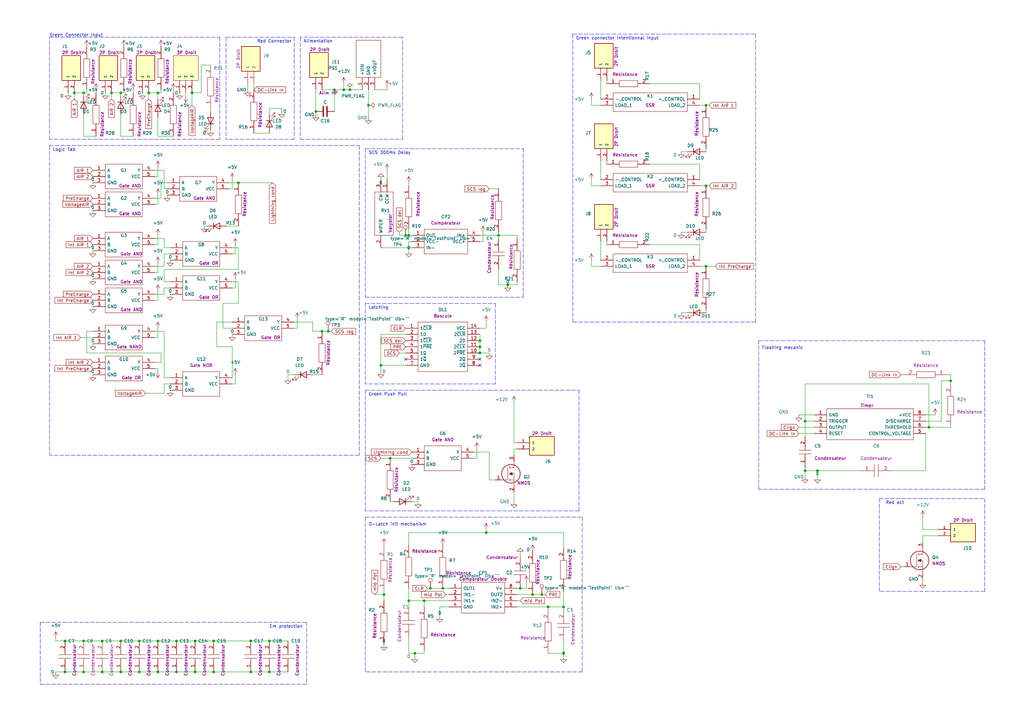
<source format=kicad_sch>
(kicad_sch (version 20211123) (generator eeschema)
  (paper "A3")
  (title_block (title "TSAL") (date "2022-12-04") (rev "V1.0") (company "EPSA"))
  (junction (at 49.53 275.59))
  (junction (at 87.63 275.59))
  (junction (at 335.28 193.04))
  (junction (at 134.62 135.89))
  (junction (at 166.37 96.52))
  (junction (at 167.64 246.38))
  (junction (at 289.56 109.22))
  (junction (at 87.63 262.89))
  (junction (at 80.01 275.59))
  (junction (at 41.91 262.89))
  (junction (at 218.44 243.84))
  (junction (at 102.87 262.89))
  (junction (at 137.16 36.83))
  (junction (at 57.15 275.59))
  (junction (at 208.28 116.84))
  (junction (at 160.02 187.96))
  (junction (at 45.72 38.1))
  (junction (at 34.29 262.89))
  (junction (at 381 175.26))
  (junction (at 289.56 76.2))
  (junction (at 167.64 96.52))
  (junction (at 30.48 38.1))
  (junction (at 199.39 218.44))
  (junction (at 110.49 275.59))
  (junction (at 72.39 275.59))
  (junction (at 140.97 36.83))
  (junction (at 64.77 38.1))
  (junction (at 289.56 43.18))
  (junction (at 26.67 262.89))
  (junction (at 110.49 262.89))
  (junction (at 97.79 74.93))
  (junction (at 129.54 45.72))
  (junction (at 231.14 267.97))
  (junction (at 196.85 142.24))
  (junction (at 224.79 248.92))
  (junction (at 156.21 149.86))
  (junction (at 57.15 262.89))
  (junction (at 26.67 275.59))
  (junction (at 151.13 43.18))
  (junction (at 196.85 139.7))
  (junction (at 170.18 267.97))
  (junction (at 49.53 38.1))
  (junction (at 143.51 36.83))
  (junction (at 41.91 275.59))
  (junction (at 78.74 38.1))
  (junction (at 196.85 144.78))
  (junction (at 231.14 248.92))
  (junction (at 173.99 246.38))
  (junction (at 213.36 241.3))
  (junction (at 330.2 172.72))
  (junction (at 64.77 275.59))
  (junction (at 389.89 156.21))
  (junction (at 102.87 275.59))
  (junction (at 80.01 262.89))
  (junction (at 222.25 243.84))
  (junction (at 204.47 96.52))
  (junction (at 176.53 241.3))
  (junction (at 72.39 262.89))
  (junction (at 157.48 243.84))
  (junction (at 64.77 262.89))
  (junction (at 60.96 38.1))
  (junction (at 34.29 275.59))
  (junction (at 132.08 135.89))
  (junction (at 49.53 262.89))
  (junction (at 181.61 241.3))
  (junction (at 330.2 193.04))
  (junction (at 34.29 38.1))
  (no_connect (at 196.85 147.32))
  (no_connect (at 196.85 149.86))
  (no_connect (at 166.37 147.32))
  (wire (pts (xy 63.5 81.28) (xy 66.04 81.28)))
  (wire (pts (xy 212.09 116.84) (xy 208.28 116.84)))
  (wire (pts (xy 38.1 114.3) (xy 38.1 115.57)))
  (wire (pts (xy 86.36 26.67) (xy 82.55 26.67)))
  (wire (pts (xy 87.63 275.59) (xy 102.87 275.59)))
  (wire (pts (xy 330.2 157.48) (xy 330.2 172.72)))
  (wire (pts (xy 182.88 243.84) (xy 184.15 243.84)))
  (wire (pts (xy 224.79 267.97) (xy 231.14 267.97)))
  (wire (pts (xy 223.52 243.84) (xy 222.25 243.84)))
  (wire (pts (xy 330.2 191.77) (xy 330.2 193.04)))
  (wire (pts (xy 173.99 246.38) (xy 173.99 248.92)))
  (wire (pts (xy 67.31 109.22) (xy 67.31 104.14)))
  (wire (pts (xy 58.42 38.1) (xy 58.42 39.37)))
  (wire (pts (xy 78.74 38.1) (xy 78.74 43.18)))
  (wire (pts (xy 88.9 132.08) (xy 88.9 142.24)))
  (wire (pts (xy 231.14 242.57) (xy 231.14 248.92)))
  (wire (pts (xy 168.91 99.06) (xy 167.64 99.06)))
  (wire (pts (xy 195.58 184.15) (xy 195.58 187.96)))
  (wire (pts (xy 97.79 101.6) (xy 97.79 110.49)))
  (wire (pts (xy 50.8 36.83) (xy 50.8 38.1)))
  (wire (pts (xy 80.01 275.59) (xy 87.63 275.59)))
  (wire (pts (xy 204.47 96.52) (xy 204.47 97.79)))
  (wire (pts (xy 76.2 38.1) (xy 76.2 39.37)))
  (wire (pts (xy 34.29 38.1) (xy 35.56 38.1)))
  (wire (pts (xy 95.25 101.6) (xy 97.79 101.6)))
  (wire (pts (xy 210.82 201.93) (xy 210.82 205.74)))
  (wire (pts (xy 330.2 172.72) (xy 330.2 179.07)))
  (wire (pts (xy 91.44 134.62) (xy 95.25 134.62)))
  (polyline (pts (xy 165.1 15.24) (xy 123.19 15.24)))
  (wire (pts (xy 102.87 262.89) (xy 110.49 262.89)))
  (wire (pts (xy 143.51 36.83) (xy 148.59 36.83)))
  (wire (pts (xy 128.27 153.67) (xy 132.08 153.67)))
  (wire (pts (xy 287.02 76.2) (xy 289.56 76.2)))
  (wire (pts (xy 97.79 124.46) (xy 91.44 124.46)))
  (wire (pts (xy 212.09 115.57) (xy 212.09 116.84)))
  (wire (pts (xy 82.55 38.1) (xy 78.74 38.1)))
  (polyline (pts (xy 123.19 57.15) (xy 165.1 57.15)))
  (polyline (pts (xy 149.86 160.02) (xy 237.49 160.02)))
  (wire (pts (xy 67.31 115.57) (xy 69.85 115.57)))
  (polyline (pts (xy 92.71 15.24) (xy 92.71 57.15)))
  (wire (pts (xy 67.31 118.11) (xy 67.31 120.65)))
  (wire (pts (xy 379.73 170.18) (xy 383.54 170.18)))
  (wire (pts (xy 196.85 99.06) (xy 198.12 99.06)))
  (wire (pts (xy 35.56 135.89) (xy 35.56 144.78)))
  (wire (pts (xy 132.08 36.83) (xy 137.16 36.83)))
  (wire (pts (xy 67.31 154.94) (xy 69.85 154.94)))
  (wire (pts (xy 166.37 96.52) (xy 167.64 96.52)))
  (polyline (pts (xy 149.86 124.46) (xy 203.2 124.46)))
  (wire (pts (xy 176.53 241.3) (xy 181.61 241.3)))
  (polyline (pts (xy 20.32 15.24) (xy 90.17 15.24)))
  (wire (pts (xy 212.09 248.92) (xy 224.79 248.92)))
  (wire (pts (xy 248.92 34.29) (xy 248.92 33.02)))
  (polyline (pts (xy 149.86 60.96) (xy 214.63 60.96)))
  (wire (pts (xy 34.29 275.59) (xy 26.67 275.59)))
  (wire (pts (xy 163.83 144.78) (xy 166.37 144.78)))
  (polyline (pts (xy 237.49 160.02) (xy 237.49 209.55)))
  (wire (pts (xy 95.25 154.94) (xy 95.25 142.24)))
  (wire (pts (xy 204.47 95.25) (xy 204.47 96.52)))
  (wire (pts (xy 67.31 101.6) (xy 69.85 101.6)))
  (wire (pts (xy 64.77 275.59) (xy 72.39 275.59)))
  (wire (pts (xy 26.67 275.59) (xy 22.86 275.59)))
  (wire (pts (xy 213.36 226.06) (xy 213.36 228.6)))
  (wire (pts (xy 218.44 243.84) (xy 212.09 243.84)))
  (polyline (pts (xy 120.65 15.24) (xy 120.65 57.15)))
  (wire (pts (xy 93.98 77.47) (xy 95.25 77.47)))
  (polyline (pts (xy 20.32 57.15) (xy 20.32 15.24)))
  (wire (pts (xy 27.94 38.1) (xy 27.94 39.37)))
  (wire (pts (xy 327.66 170.18) (xy 334.01 170.18)))
  (wire (pts (xy 213.36 246.38) (xy 212.09 246.38)))
  (wire (pts (xy 287.02 43.18) (xy 289.56 43.18)))
  (wire (pts (xy 54.61 55.88) (xy 49.53 55.88)))
  (wire (pts (xy 66.04 144.78) (xy 35.56 144.78)))
  (wire (pts (xy 370.84 153.67) (xy 369.57 153.67)))
  (wire (pts (xy 212.09 96.52) (xy 204.47 96.52)))
  (wire (pts (xy 128.27 132.08) (xy 128.27 135.89)))
  (wire (pts (xy 156.21 73.66) (xy 156.21 72.39)))
  (wire (pts (xy 248.92 100.33) (xy 248.92 99.06)))
  (wire (pts (xy 287.02 40.64) (xy 287.02 34.29)))
  (wire (pts (xy 231.14 262.89) (xy 231.14 267.97)))
  (wire (pts (xy 196.85 144.78) (xy 200.66 144.78)))
  (wire (pts (xy 379.73 175.26) (xy 381 175.26)))
  (wire (pts (xy 137.16 36.83) (xy 140.97 36.83)))
  (wire (pts (xy 378.46 237.49) (xy 378.46 238.76)))
  (wire (pts (xy 45.72 38.1) (xy 49.53 38.1)))
  (wire (pts (xy 266.7 100.33) (xy 287.02 100.33)))
  (wire (pts (xy 287.02 109.22) (xy 289.56 109.22)))
  (wire (pts (xy 170.18 267.97) (xy 173.99 267.97)))
  (wire (pts (xy 266.7 67.31) (xy 287.02 67.31)))
  (wire (pts (xy 110.49 46.99) (xy 110.49 44.45)))
  (wire (pts (xy 97.79 110.49) (xy 67.31 110.49)))
  (polyline (pts (xy 165.1 57.15) (xy 165.1 15.24)))
  (polyline (pts (xy 92.71 15.24) (xy 120.65 15.24)))
  (wire (pts (xy 242.57 73.66) (xy 242.57 76.2)))
  (wire (pts (xy 140.97 34.29) (xy 140.97 36.83)))
  (wire (pts (xy 34.29 46.99) (xy 34.29 55.88)))
  (wire (pts (xy 151.13 36.83) (xy 151.13 43.18)))
  (wire (pts (xy 330.2 172.72) (xy 334.01 172.72)))
  (wire (pts (xy 121.92 130.81) (xy 121.92 134.62)))
  (wire (pts (xy 72.39 262.89) (xy 80.01 262.89)))
  (wire (pts (xy 95.25 118.11) (xy 96.52 118.11)))
  (wire (pts (xy 30.48 38.1) (xy 30.48 40.64)))
  (wire (pts (xy 71.12 36.83) (xy 71.12 38.1)))
  (wire (pts (xy 67.31 104.14) (xy 69.85 104.14)))
  (wire (pts (xy 170.18 267.97) (xy 170.18 270.51)))
  (wire (pts (xy 224.79 248.92) (xy 231.14 248.92)))
  (wire (pts (xy 248.92 67.31) (xy 248.92 66.04)))
  (polyline (pts (xy 234.95 13.97) (xy 309.88 13.97)))
  (wire (pts (xy 64.77 55.88) (xy 64.77 48.26)))
  (wire (pts (xy 208.28 116.84) (xy 204.47 116.84)))
  (wire (pts (xy 381 175.26) (xy 389.89 175.26)))
  (wire (pts (xy 378.46 219.71) (xy 384.81 219.71)))
  (polyline (pts (xy 311.15 200.66) (xy 311.15 139.7)))
  (polyline (pts (xy 309.88 132.08) (xy 234.95 132.08)))
  (wire (pts (xy 69.85 160.02) (xy 69.85 161.29)))
  (wire (pts (xy 41.91 262.89) (xy 49.53 262.89)))
  (wire (pts (xy 167.64 93.98) (xy 167.64 96.52)))
  (wire (pts (xy 39.37 55.88) (xy 34.29 55.88)))
  (wire (pts (xy 210.82 165.1) (xy 210.82 181.61)))
  (wire (pts (xy 134.62 135.89) (xy 135.89 135.89)))
  (wire (pts (xy 379.73 193.04) (xy 365.76 193.04)))
  (wire (pts (xy 34.29 262.89) (xy 41.91 262.89)))
  (wire (pts (xy 128.27 135.89) (xy 132.08 135.89)))
  (polyline (pts (xy 16.51 255.27) (xy 125.73 255.27)))
  (wire (pts (xy 73.66 38.1) (xy 73.66 39.37)))
  (wire (pts (xy 160.02 205.74) (xy 161.29 205.74)))
  (wire (pts (xy 140.97 36.83) (xy 143.51 36.83)))
  (polyline (pts (xy 125.73 280.67) (xy 16.51 280.67)))
  (wire (pts (xy 63.5 151.13) (xy 64.77 151.13)))
  (wire (pts (xy 110.49 275.59) (xy 102.87 275.59)))
  (wire (pts (xy 156.21 149.86) (xy 156.21 153.67)))
  (polyline (pts (xy 147.32 186.69) (xy 20.32 186.69)))
  (polyline (pts (xy 403.86 200.66) (xy 311.15 200.66)))
  (wire (pts (xy 57.15 275.59) (xy 49.53 275.59)))
  (polyline (pts (xy 16.51 255.27) (xy 16.51 280.67)))
  (wire (pts (xy 88.9 132.08) (xy 95.25 132.08)))
  (wire (pts (xy 212.09 241.3) (xy 213.36 241.3)))
  (wire (pts (xy 246.38 99.06) (xy 246.38 106.68)))
  (wire (pts (xy 279.4 95.25) (xy 279.4 96.52)))
  (wire (pts (xy 289.56 109.22) (xy 293.37 109.22)))
  (wire (pts (xy 66.04 74.93) (xy 68.58 74.93)))
  (wire (pts (xy 129.54 46.99) (xy 129.54 45.72)))
  (wire (pts (xy 208.28 116.84) (xy 208.28 118.11)))
  (wire (pts (xy 67.31 157.48) (xy 67.31 161.29)))
  (wire (pts (xy 95.25 157.48) (xy 96.52 157.48)))
  (wire (pts (xy 378.46 219.71) (xy 378.46 222.25)))
  (polyline (pts (xy 123.19 15.24) (xy 123.19 57.15)))
  (wire (pts (xy 157.48 223.52) (xy 157.48 224.79)))
  (wire (pts (xy 64.77 80.01) (xy 64.77 83.82)))
  (polyline (pts (xy 403.86 204.47) (xy 403.86 242.57)))
  (wire (pts (xy 199.39 218.44) (xy 231.14 218.44)))
  (polyline (pts (xy 403.86 139.7) (xy 403.86 200.66)))
  (wire (pts (xy 66.04 74.93) (xy 66.04 81.28)))
  (wire (pts (xy 95.25 137.16) (xy 95.25 138.43)))
  (wire (pts (xy 246.38 76.2) (xy 242.57 76.2)))
  (wire (pts (xy 63.5 97.79) (xy 67.31 97.79)))
  (wire (pts (xy 35.56 135.89) (xy 38.1 135.89)))
  (wire (pts (xy 66.04 148.59) (xy 66.04 144.78)))
  (wire (pts (xy 63.5 100.33) (xy 64.77 100.33)))
  (wire (pts (xy 91.44 124.46) (xy 91.44 134.62)))
  (wire (pts (xy 157.48 242.57) (xy 157.48 243.84)))
  (wire (pts (xy 60.96 38.1) (xy 64.77 38.1)))
  (wire (pts (xy 194.31 187.96) (xy 195.58 187.96)))
  (wire (pts (xy 242.57 106.68) (xy 242.57 109.22)))
  (wire (pts (xy 64.77 119.38) (xy 64.77 123.19)))
  (wire (pts (xy 110.49 262.89) (xy 118.11 262.89)))
  (wire (pts (xy 132.08 135.89) (xy 134.62 135.89)))
  (wire (pts (xy 110.49 44.45) (xy 115.57 44.45)))
  (wire (pts (xy 38.1 86.36) (xy 38.1 87.63)))
  (wire (pts (xy 175.26 241.3) (xy 176.53 241.3)))
  (wire (pts (xy 87.63 262.89) (xy 102.87 262.89)))
  (polyline (pts (xy 203.2 124.46) (xy 203.2 157.48)))
  (wire (pts (xy 96.52 153.67) (xy 96.52 157.48)))
  (wire (pts (xy 60.96 38.1) (xy 60.96 40.64)))
  (wire (pts (xy 389.89 153.67) (xy 389.89 156.21)))
  (wire (pts (xy 34.29 38.1) (xy 34.29 39.37)))
  (wire (pts (xy 96.52 100.33) (xy 96.52 104.14)))
  (wire (pts (xy 63.5 83.82) (xy 64.77 83.82)))
  (polyline (pts (xy 149.86 212.09) (xy 238.76 212.09)))
  (wire (pts (xy 63.5 120.65) (xy 67.31 120.65)))
  (wire (pts (xy 212.09 181.61) (xy 210.82 181.61)))
  (wire (pts (xy 167.64 218.44) (xy 199.39 218.44)))
  (wire (pts (xy 224.79 248.92) (xy 224.79 250.19)))
  (polyline (pts (xy 234.95 13.97) (xy 234.95 132.08)))
  (wire (pts (xy 384.81 217.17) (xy 378.46 217.17)))
  (wire (pts (xy 63.5 148.59) (xy 66.04 148.59)))
  (wire (pts (xy 67.31 135.89) (xy 67.31 154.94)))
  (wire (pts (xy 104.14 34.29) (xy 104.14 36.83)))
  (wire (pts (xy 167.64 267.97) (xy 170.18 267.97)))
  (wire (pts (xy 67.31 69.85) (xy 67.31 77.47)))
  (wire (pts (xy 379.73 177.8) (xy 379.73 193.04)))
  (polyline (pts (xy 238.76 275.59) (xy 149.86 275.59)))
  (wire (pts (xy 38.1 153.67) (xy 38.1 154.94)))
  (wire (pts (xy 35.56 36.83) (xy 35.56 38.1)))
  (wire (pts (xy 196.85 142.24) (xy 196.85 144.78)))
  (wire (pts (xy 120.65 134.62) (xy 121.92 134.62)))
  (wire (pts (xy 246.38 66.04) (xy 246.38 73.66)))
  (wire (pts (xy 64.77 152.4) (xy 64.77 151.13)))
  (wire (pts (xy 59.69 161.29) (xy 67.31 161.29)))
  (polyline (pts (xy 149.86 160.02) (xy 149.86 209.55)))
  (wire (pts (xy 85.09 92.71) (xy 83.82 92.71)))
  (wire (pts (xy 289.56 76.2) (xy 290.83 76.2)))
  (wire (pts (xy 49.53 275.59) (xy 41.91 275.59)))
  (polyline (pts (xy 149.86 60.96) (xy 149.86 121.92)))
  (wire (pts (xy 287.02 73.66) (xy 287.02 67.31)))
  (wire (pts (xy 67.31 97.79) (xy 67.31 101.6)))
  (wire (pts (xy 64.77 134.62) (xy 64.77 138.43)))
  (wire (pts (xy 137.16 36.83) (xy 137.16 45.72)))
  (polyline (pts (xy 149.86 275.59) (xy 149.86 212.09)))
  (wire (pts (xy 64.77 96.52) (xy 64.77 100.33)))
  (wire (pts (xy 43.18 38.1) (xy 43.18 39.37)))
  (wire (pts (xy 289.56 127) (xy 289.56 128.27)))
  (wire (pts (xy 204.47 110.49) (xy 204.47 116.84)))
  (wire (pts (xy 389.89 153.67) (xy 388.62 153.67)))
  (polyline (pts (xy 311.15 139.7) (xy 403.86 139.7)))
  (wire (pts (xy 198.12 95.25) (xy 198.12 99.06)))
  (wire (pts (xy 171.45 205.74) (xy 171.45 207.01)))
  (wire (pts (xy 63.5 111.76) (xy 64.77 111.76)))
  (polyline (pts (xy 149.86 121.92) (xy 214.63 121.92)))
  (wire (pts (xy 196.85 139.7) (xy 196.85 142.24)))
  (wire (pts (xy 95.25 142.24) (xy 88.9 142.24)))
  (wire (pts (xy 386.08 156.21) (xy 386.08 172.72)))
  (wire (pts (xy 38.1 125.73) (xy 38.1 127)))
  (wire (pts (xy 49.53 38.1) (xy 49.53 39.37)))
  (wire (pts (xy 22.86 261.62) (xy 22.86 262.89)))
  (wire (pts (xy 54.61 36.83) (xy 54.61 38.1)))
  (wire (pts (xy 287.02 106.68) (xy 287.02 100.33)))
  (wire (pts (xy 97.79 115.57) (xy 97.79 124.46)))
  (wire (pts (xy 82.55 26.67) (xy 82.55 38.1)))
  (wire (pts (xy 101.6 34.29) (xy 101.6 36.83)))
  (wire (pts (xy 26.67 262.89) (xy 34.29 262.89)))
  (wire (pts (xy 104.14 54.61) (xy 110.49 54.61)))
  (wire (pts (xy 163.83 96.52) (xy 163.83 95.25)))
  (wire (pts (xy 38.1 102.87) (xy 38.1 104.14)))
  (wire (pts (xy 80.01 262.89) (xy 87.63 262.89)))
  (wire (pts (xy 68.58 80.01) (xy 68.58 81.28)))
  (polyline (pts (xy 149.86 124.46) (xy 149.86 157.48)))
  (wire (pts (xy 330.2 193.04) (xy 335.28 193.04)))
  (polyline (pts (xy 237.49 209.55) (xy 149.86 209.55)))
  (polyline (pts (xy 90.17 15.24) (xy 90.17 57.15)))
  (wire (pts (xy 381 175.26) (xy 381 157.48)))
  (wire (pts (xy 379.73 172.72) (xy 386.08 172.72)))
  (polyline (pts (xy 309.88 13.97) (xy 309.88 132.08)))
  (wire (pts (xy 86.36 44.45) (xy 86.36 45.72)))
  (wire (pts (xy 156.21 149.86) (xy 166.37 149.86)))
  (wire (pts (xy 115.57 44.45) (xy 115.57 46.99)))
  (wire (pts (xy 69.85 118.11) (xy 67.31 118.11)))
  (wire (pts (xy 194.31 185.42) (xy 200.66 185.42)))
  (polyline (pts (xy 238.76 212.09) (xy 238.76 275.59)))
  (wire (pts (xy 95.25 115.57) (xy 97.79 115.57)))
  (wire (pts (xy 64.77 68.58) (xy 64.77 72.39)))
  (wire (pts (xy 266.7 34.29) (xy 287.02 34.29)))
  (wire (pts (xy 231.14 218.44) (xy 231.14 224.79)))
  (polyline (pts (xy 120.65 57.15) (xy 92.71 57.15)))
  (wire (pts (xy 118.11 275.59) (xy 110.49 275.59)))
  (wire (pts (xy 49.53 55.88) (xy 49.53 46.99)))
  (wire (pts (xy 41.91 275.59) (xy 34.29 275.59)))
  (wire (pts (xy 151.13 43.18) (xy 151.13 48.26)))
  (wire (pts (xy 158.75 69.85) (xy 158.75 73.66)))
  (wire (pts (xy 213.36 241.3) (xy 215.9 241.3)))
  (wire (pts (xy 66.04 36.83) (xy 66.04 38.1)))
  (wire (pts (xy 180.34 248.92) (xy 184.15 248.92)))
  (wire (pts (xy 231.14 267.97) (xy 231.14 270.51)))
  (wire (pts (xy 215.9 241.3) (xy 215.9 238.76)))
  (wire (pts (xy 30.48 38.1) (xy 34.29 38.1)))
  (wire (pts (xy 67.31 77.47) (xy 68.58 77.47)))
  (wire (pts (xy 196.85 96.52) (xy 204.47 96.52)))
  (wire (pts (xy 199.39 217.17) (xy 199.39 218.44)))
  (wire (pts (xy 242.57 40.64) (xy 242.57 43.18)))
  (wire (pts (xy 327.66 177.8) (xy 334.01 177.8)))
  (wire (pts (xy 200.66 185.42) (xy 200.66 196.85)))
  (polyline (pts (xy 147.32 59.69) (xy 147.32 186.69)))
  (wire (pts (xy 246.38 33.02) (xy 246.38 40.64)))
  (wire (pts (xy 330.2 193.04) (xy 330.2 195.58)))
  (wire (pts (xy 63.5 109.22) (xy 67.31 109.22)))
  (wire (pts (xy 281.94 128.27) (xy 279.4 128.27)))
  (wire (pts (xy 167.64 241.3) (xy 167.64 246.38)))
  (wire (pts (xy 222.25 243.84) (xy 218.44 243.84)))
  (wire (pts (xy 95.25 73.66) (xy 95.25 77.47)))
  (wire (pts (xy 279.4 62.23) (xy 279.4 63.5)))
  (wire (pts (xy 327.66 175.26) (xy 334.01 175.26)))
  (wire (pts (xy 63.5 138.43) (xy 64.77 138.43)))
  (wire (pts (xy 83.82 92.71) (xy 83.82 93.98)))
  (wire (pts (xy 120.65 132.08) (xy 128.27 132.08)))
  (wire (pts (xy 95.25 104.14) (xy 96.52 104.14)))
  (polyline (pts (xy 203.2 157.48) (xy 149.86 157.48)))
  (wire (pts (xy 167.64 218.44) (xy 167.64 223.52)))
  (wire (pts (xy 160.02 187.96) (xy 168.91 187.96)))
  (wire (pts (xy 246.38 109.22) (xy 242.57 109.22)))
  (wire (pts (xy 156.21 187.96) (xy 160.02 187.96)))
  (wire (pts (xy 120.65 153.67) (xy 118.11 153.67)))
  (wire (pts (xy 168.91 205.74) (xy 171.45 205.74)))
  (wire (pts (xy 158.75 35.56) (xy 158.75 36.83)))
  (wire (pts (xy 39.37 36.83) (xy 39.37 38.1)))
  (wire (pts (xy 64.77 38.1) (xy 64.77 40.64)))
  (wire (pts (xy 64.77 38.1) (xy 66.04 38.1)))
  (wire (pts (xy 156.21 101.6) (xy 168.91 101.6)))
  (wire (pts (xy 167.64 96.52) (xy 168.91 96.52)))
  (wire (pts (xy 167.64 99.06) (xy 167.64 104.14)))
  (wire (pts (xy 181.61 241.3) (xy 184.15 241.3)))
  (wire (pts (xy 200.66 146.05) (xy 200.66 144.78)))
  (wire (pts (xy 210.82 184.15) (xy 212.09 184.15)))
  (polyline (pts (xy 20.32 59.69) (xy 147.32 59.69)))
  (wire (pts (xy 156.21 137.16) (xy 156.21 149.86)))
  (wire (pts (xy 69.85 120.65) (xy 69.85 121.92)))
  (wire (pts (xy 167.64 246.38) (xy 173.99 246.38)))
  (wire (pts (xy 389.89 156.21) (xy 386.08 156.21)))
  (wire (pts (xy 38.1 74.93) (xy 38.1 76.2)))
  (wire (pts (xy 180.34 254) (xy 180.34 248.92)))
  (wire (pts (xy 369.57 232.41) (xy 370.84 232.41)))
  (wire (pts (xy 64.77 262.89) (xy 72.39 262.89)))
  (wire (pts (xy 129.54 36.83) (xy 129.54 45.72)))
  (wire (pts (xy 157.48 243.84) (xy 153.67 243.84)))
  (wire (pts (xy 153.67 36.83) (xy 158.75 36.83)))
  (wire (pts (xy 173.99 246.38) (xy 184.15 246.38)))
  (wire (pts (xy 33.02 138.43) (xy 38.1 138.43)))
  (wire (pts (xy 157.48 243.84) (xy 157.48 246.38)))
  (wire (pts (xy 92.71 92.71) (xy 97.79 92.71)))
  (wire (pts (xy 289.56 93.98) (xy 289.56 95.25)))
  (wire (pts (xy 378.46 212.09) (xy 378.46 217.17)))
  (wire (pts (xy 173.99 266.7) (xy 173.99 267.97)))
  (wire (pts (xy 196.85 134.62) (xy 199.39 134.62)))
  (wire (pts (xy 389.89 156.21) (xy 389.89 157.48)))
  (wire (pts (xy 196.85 137.16) (xy 196.85 139.7)))
  (wire (pts (xy 167.64 74.93) (xy 167.64 76.2)))
  (wire (pts (xy 93.98 74.93) (xy 97.79 74.93)))
  (wire (pts (xy 57.15 262.89) (xy 64.77 262.89)))
  (wire (pts (xy 64.77 107.95) (xy 64.77 111.76)))
  (wire (pts (xy 64.77 275.59) (xy 57.15 275.59)))
  (wire (pts (xy 96.52 114.3) (xy 96.52 118.11)))
  (wire (pts (xy 72.39 275.59) (xy 80.01 275.59)))
  (wire (pts (xy 335.28 193.04) (xy 353.06 193.04)))
  (wire (pts (xy 71.12 55.88) (xy 64.77 55.88)))
  (wire (pts (xy 49.53 38.1) (xy 50.8 38.1)))
  (polyline (pts (xy 403.86 242.57) (xy 360.68 242.57)))
  (wire (pts (xy 63.5 123.19) (xy 64.77 123.19)))
  (wire (pts (xy 210.82 184.15) (xy 210.82 186.69)))
  (polyline (pts (xy 360.68 204.47) (xy 403.86 204.47)))
  (polyline (pts (xy 360.68 242.57) (xy 360.68 204.47)))
  (wire (pts (xy 167.64 261.62) (xy 167.64 267.97)))
  (wire (pts (xy 63.5 69.85) (xy 67.31 69.85)))
  (wire (pts (xy 63.5 72.39) (xy 64.77 72.39)))
  (wire (pts (xy 22.86 275.59) (xy 22.86 276.86)))
  (wire (pts (xy 330.2 157.48) (xy 381 157.48)))
  (polyline (pts (xy 214.63 121.92) (xy 214.63 60.96)))
  (wire (pts (xy 289.56 43.18) (xy 290.83 43.18)))
  (polyline (pts (xy 20.32 59.69) (xy 20.32 186.69)))
  (wire (pts (xy 212.09 97.79) (xy 212.09 96.52)))
  (wire (pts (xy 167.64 246.38) (xy 167.64 248.92)))
  (wire (pts (xy 69.85 106.68) (xy 69.85 107.95)))
  (wire (pts (xy 38.1 140.97) (xy 38.1 142.24)))
  (wire (pts (xy 63.5 135.89) (xy 67.31 135.89)))
  (wire (pts (xy 281.94 95.25) (xy 279.4 95.25)))
  (wire (pts (xy 200.66 196.85) (xy 203.2 196.85)))
  (wire (pts (xy 157.48 264.16) (xy 157.48 265.43)))
  (wire (pts (xy 279.4 128.27) (xy 279.4 129.54)))
  (wire (pts (xy 335.28 193.04) (xy 335.28 196.85)))
  (wire (pts (xy 97.79 74.93) (xy 111.76 74.93)))
  (wire (pts (xy 118.11 153.67) (xy 118.11 156.21)))
  (wire (pts (xy 166.37 137.16) (xy 156.21 137.16)))
  (wire (pts (xy 168.91 190.5) (xy 168.91 191.77)))
  (wire (pts (xy 22.86 262.89) (xy 26.67 262.89)))
  (wire (pts (xy 231.14 248.92) (xy 231.14 250.19)))
  (polyline (pts (xy 125.73 255.27) (xy 125.73 280.67)))
  (wire (pts (xy 69.85 157.48) (xy 67.31 157.48)))
  (wire (pts (xy 281.94 62.23) (xy 279.4 62.23)))
  (wire (pts (xy 289.56 60.96) (xy 289.56 62.23)))
  (wire (pts (xy 163.83 96.52) (xy 166.37 96.52)))
  (wire (pts (xy 45.72 38.1) (xy 45.72 40.64)))
  (wire (pts (xy 200.66 77.47) (xy 204.47 77.47)))
  (polyline (pts (xy 90.17 57.15) (xy 20.32 57.15)))
  (wire (pts (xy 199.39 132.08) (xy 199.39 134.62)))
  (wire (pts (xy 86.36 53.34) (xy 86.36 54.61)))
  (wire (pts (xy 67.31 110.49) (xy 67.31 115.57)))
  (wire (pts (xy 49.53 262.89) (xy 57.15 262.89)))
  (wire (pts (xy 246.38 43.18) (xy 242.57 43.18)))
  (text "Green Push Pull\n" (at 151.13 162.56 0) (effects (font (size 1.27 1.27)) (justify left bottom)))
  (text "Red Connector\n" (at 105.41 17.78 0) (effects (font (size 1.27 1.27)) (justify left bottom)))
  (text "Flashing mecanic\n" (at 312.42 143.51 0) (effects (font (size 1.27 1.27)) (justify left bottom)))
  (text "Green Connector Input" (at 20.32 15.24 0) (effects (font (size 1.27 1.27)) (justify left bottom)))
  (text "Latching" (at 151.13 127 0) (effects (font (size 1.27 1.27)) (justify left bottom)))
  (text "Em protection" (at 110.49 257.81 0) (effects (font (size 1.27 1.27)) (justify left bottom)))
  (text "Green connector intentionnal input" (at 236.22 16.51 0) (effects (font (size 1.27 1.27)) (justify left bottom)))
  (text "Alimentation\n" (at 124.46 17.78 0) (effects (font (size 1.27 1.27)) (justify left bottom)))
  (text "Red act" (at 363.22 207.01 0) (effects (font (size 1.27 1.27)) (justify left bottom)))
  (text "Logic Tab" (at 21.59 62.23 0) (effects (font (size 1.27 1.27)) (justify left bottom)))
  (text "SCS 300ms Delay\n" (at 151.13 63.5 0) (effects (font (size 1.27 1.27)) (justify left bottom)))
  (text "D-Latch init mechanism" (at 151.13 215.9 0) (effects (font (size 1.27 1.27)) (justify left bottom)))
  (global_label "Int AIR 2" (shape input) (at 38.1 148.59 180) (property "Intersheet References" "${INTERSHEET_REFS}" (effects hide)))
  (global_label "mid Pot" (shape input) (at 153.67 243.84 90) (property "Intersheet References" "${INTERSHEET_REFS}" (effects hide)))
  (global_label "SCS del" (shape input) (at 163.83 95.25 90) (property "Intersheet References" "${INTERSHEET_REFS}" (effects hide)))
  (global_label "Int PreCharge" (shape input) (at 293.37 109.22 0) (property "Intersheet References" "${INTERSHEET_REFS}" (effects hide)))
  (global_label "mid Pot" (shape input) (at 182.88 243.84 180) (property "Intersheet References" "${INTERSHEET_REFS}" (effects hide)))
  (global_label "VoltageAIR" (shape input) (at 38.1 83.82 180) (property "Intersheet References" "${INTERSHEET_REFS}" (effects hide)))
  (global_label "AIR 1" (shape input) (at 38.1 69.85 180) (property "Intersheet References" "${INTERSHEET_REFS}" (effects hide)))
  (global_label "Clign" (shape input) (at 327.66 175.26 180) (property "Intersheet References" "${INTERSHEET_REFS}" (effects hide)))
  (global_label "CLR" (shape input) (at 166.37 134.62 180) (property "Intersheet References" "${INTERSHEET_REFS}" (effects hide)))
  (global_label "SCS" (shape input) (at 163.83 144.78 180) (property "Intersheet References" "${INTERSHEET_REFS}" (effects hide)))
  (global_label "Int PreCharge" (shape input) (at 38.1 123.19 180) (property "Intersheet References" "${INTERSHEET_REFS}" (effects hide)))
  (global_label "mid Pot" (shape input) (at 213.36 246.38 0) (property "Intersheet References" "${INTERSHEET_REFS}" (effects hide)))
  (global_label "Lightning cond" (shape input) (at 111.76 74.93 270) (property "Intersheet References" "${INTERSHEET_REFS}" (effects hide)))
  (global_label "DC-Link In" (shape input) (at 327.66 177.8 180) (property "Intersheet References" "${INTERSHEET_REFS}" (effects hide)))
  (global_label "SCS" (shape input) (at 156.21 187.96 180) (property "Intersheet References" "${INTERSHEET_REFS}" (effects hide)))
  (global_label "AIR 1" (shape input) (at 38.1 97.79 180) (property "Intersheet References" "${INTERSHEET_REFS}" (effects hide)))
  (global_label "Clign" (shape input) (at 369.57 232.41 180) (property "Intersheet References" "${INTERSHEET_REFS}" (effects hide)))
  (global_label "DC-Link In" (shape input) (at 369.57 153.67 180) (property "Intersheet References" "${INTERSHEET_REFS}" (effects hide)))
  (global_label "AIR 2" (shape input) (at 38.1 109.22 180) (property "Intersheet References" "${INTERSHEET_REFS}" (effects hide)))
  (global_label "AIR 1" (shape input) (at 30.48 40.64 270) (property "Intersheet References" "${INTERSHEET_REFS}" (effects hide)))
  (global_label "PreCharge" (shape input) (at 38.1 81.28 180) (property "Intersheet References" "${INTERSHEET_REFS}" (effects hide)))
  (global_label "PreCharge" (shape input) (at 60.96 40.64 270) (property "Intersheet References" "${INTERSHEET_REFS}" (effects hide)))
  (global_label "SCS log" (shape input) (at 200.66 77.47 180) (property "Intersheet References" "${INTERSHEET_REFS}" (effects hide)))
  (global_label "Int AIR 2" (shape input) (at 290.83 76.2 0) (property "Intersheet References" "${INTERSHEET_REFS}" (effects hide)))
  (global_label "CLR" (shape input) (at 175.26 241.3 180) (property "Intersheet References" "${INTERSHEET_REFS}" (effects hide)))
  (global_label "Int AIR 1" (shape input) (at 38.1 100.33 180) (property "Intersheet References" "${INTERSHEET_REFS}" (effects hide)))
  (global_label "PreCharge" (shape input) (at 38.1 120.65 180) (property "Intersheet References" "${INTERSHEET_REFS}" (effects hide)))
  (global_label "AIR 2" (shape input) (at 45.72 40.64 270) (property "Intersheet References" "${INTERSHEET_REFS}" (effects hide)))
  (global_label "Lightning cond" (shape input) (at 168.91 185.42 180) (property "Intersheet References" "${INTERSHEET_REFS}" (effects hide)))
  (global_label "PRE" (shape input) (at 166.37 142.24 180) (property "Intersheet References" "${INTERSHEET_REFS}" (effects hide)))
  (global_label "Int AIR 2" (shape input) (at 38.1 111.76 180) (property "Intersheet References" "${INTERSHEET_REFS}" (effects hide)))
  (global_label "SCS log" (shape input) (at 135.89 135.89 0) (property "Intersheet References" "${INTERSHEET_REFS}" (effects hide)))
  (global_label "DC-Link In" (shape input) (at 104.14 36.83 0) (property "Intersheet References" "${INTERSHEET_REFS}" (effects hide)))
  (global_label "AIR 2" (shape input) (at 38.1 72.39 180) (property "Intersheet References" "${INTERSHEET_REFS}" (effects hide)))
  (global_label "SCS del" (shape input) (at 166.37 139.7 180) (property "Intersheet References" "${INTERSHEET_REFS}" (effects hide)))
  (global_label "VoltageAIR" (shape input) (at 59.69 161.29 180) (property "Intersheet References" "${INTERSHEET_REFS}" (effects hide)))
  (global_label "Int PreCharge" (shape input) (at 38.1 151.13 180) (property "Intersheet References" "${INTERSHEET_REFS}" (effects hide)))
  (global_label "VoltageAIR" (shape input) (at 78.74 43.18 270) (property "Intersheet References" "${INTERSHEET_REFS}" (effects hide)))
  (global_label "Int AIR 1" (shape input) (at 33.02 138.43 180) (property "Intersheet References" "${INTERSHEET_REFS}" (effects hide)))
  (global_label "PRE" (shape input) (at 223.52 243.84 0) (property "Intersheet References" "${INTERSHEET_REFS}" (effects hide)))
  (global_label "Int AIR 1" (shape input) (at 290.83 43.18 0) (property "Intersheet References" "${INTERSHEET_REFS}" (effects hide)))
  (symbol (lib_id "EPSA_lib:LED") (at 88.9 92.71 0) (unit 1)
    (property "Reference" "D6" (at 87.3125 86.36 0))
    (property "Value" "LED" (at 87.3125 88.9 0))
    (property "Footprint" "LED_THT:LED_D5.0mm" (effects hide))
    (property "Spice_Primitive" "D" (effects hide))
    (property "Spice_Model" "LED" (effects hide))
    (property "Spice_Netlist_Enabled" "N" (effects hide))
  )
  (symbol (lib_id "power:+5V") (at 95.25 73.66 0) (unit 1)
    (property "Reference" "#PWR018" (effects hide))
    (property "Value" "+5V" (at 95.25 68.58 0))
  )
  (symbol (lib_id "pspice:0") (at 83.82 93.98 0) (unit 1)
    (property "Reference" "#GND0106" (effects hide))
    (property "Value" "0" (at 83.82 91.44 0))
  )
  (symbol (lib_id "EPSA_lib:SSR CPC1394GR") (at 287.02 43.18 180) (unit 1)
    (property "Reference" "K1" (at 266.7 39.37 0))
    (property "Value" "SSR CPC1394GR" (effects hide))
    (property "Footprint" "EPSA_lib:CPC1394GR" (effects hide))
    (property "Datasheet" "https://componentsearchengine.com/Datasheets/1/CPC1394GR.pdf" (effects hide))
    (property "Description" "SPST-NO Solid State Relay Solder 120 mA rms/mA dc Surface Mount, DC MOSFET" (effects hide))
    (property "Height" "3.556" (effects hide))
    (property "Manufacturer_Name" "LITTELFUSE" (effects hide))
    (property "Manufacturer_Part_Number" "CPC1394GR" (effects hide))
    (property "Mouser Part Number" "849-CPC1394GR" (effects hide))
    (property "Mouser Price/Stock" "https://www.mouser.co.uk/ProductDetail/IXYS-Integrated-Circuits/CPC1394GR?qs=8uBHJDVwVqyTG8bzDwZMmA%3D%3D" (effects hide))
    (property "Spice_Primitive" "X" (effects hide))
    (property "Spice_Model" "SWITCH" (effects hide))
    (property "Spice_Netlist_Enabled" "Y" (effects hide))
    (property "Spice_Lib_File" "${EPSA}\\SpiceModel\\SSR.lib" (effects hide))
    (property "Render Name" "SSR" (at 266.7 43.18 0))
  )
  (symbol (lib_id "power:+5V") (at 76.2 39.37 180) (unit 1)
    (property "Reference" "#PWR013" (effects hide))
    (property "Value" "+5V" (at 73.66 43.18 0) (effects (justify right)))
  )
  (symbol (lib_id "power:+5V") (at 64.77 107.95 0) (unit 1)
    (property "Reference" "#PWR09" (effects hide))
    (property "Value" "+5V" (at 64.77 102.87 0))
  )
  (symbol (lib_id "power:+5V") (at 199.39 217.17 0) (unit 1)
    (property "Reference" "#PWR0101" (effects hide))
    (property "Value" "+5V" (at 203.2 214.63 0))
  )
  (symbol (lib_id "power:GND") (at 101.6 36.83 0) (unit 1)
    (property "Reference" "#PWR023" (effects hide))
    (property "Value" "GND" (at 99.06 36.83 0))
  )
  (symbol (lib_id "pspice:0") (at 22.86 276.86 0) (unit 1)
    (property "Reference" "#GND0111" (effects hide))
    (property "Value" "0" (at 21.59 275.59 0))
  )
  (symbol (lib_id "EPSA_lib:Condensateur 0805Y1000104JXT") (at 72.39 275.59 90) (unit 1)
    (property "Reference" "C13" (at 73.66 262.89 90) (effects (justify right)))
    (property "Value" "Condensateur 0805Y1000104JXT" (effects hide))
    (property "Footprint" "EPSA_lib:CAPC2012X130N" (effects hide))
    (property "Datasheet" "http://docs-europe.electrocomponents.com/webdocs/119d/0900766b8119d7bc.pdf" (effects hide))
    (property "Description" "Syfer 0805 Ceramic Chip Capacitors" (effects hide))
    (property "Height" "1.3" (effects hide))
    (property "Manufacturer_Name" "Syfer" (effects hide))
    (property "Manufacturer_Part_Number" "0805Y1000104JXT" (effects hide))
    (property "Arrow Part Number" "0805Y1000104JXT" (effects hide))
    (property "Arrow Price/Stock" "https://www.arrow.com/en/products/0805y1000104jxt/syfer-technology?region=europe" (effects hide))
    (property "Spice_Primitive" "C" (effects hide))
    (property "Spice_Model" "10n" (at 73.66 278.13 90) (effects (justify right)))
    (property "Spice_Netlist_Enabled" "Y" (effects hide))
    (property "Render Name" "Condensateur" (at 76.2 264.16 0) (effects (justify right)))
  )
  (symbol (lib_id "power:+5V") (at 199.39 132.08 0) (unit 1)
    (property "Reference" "#PWR025" (effects hide))
    (property "Value" "+5V" (at 199.39 127 0))
  )
  (symbol (lib_id "power:+5V") (at 64.77 80.01 0) (unit 1)
    (property "Reference" "#PWR07" (effects hide))
    (property "Value" "+5V" (at 64.77 74.93 0))
  )
  (symbol (lib_id "EPSA_lib:2P Droit 2-11-2022") (at 222.25 181.61 0) (unit 1)
    (property "Reference" "J6" (at 223.52 189.23 0) (effects (justify left)))
    (property "Value" "2P Droit 2-11-2022" (effects hide))
    (property "Footprint" "EPSA_lib:MOLEX_22-11-2022" (effects hide))
    (property "MAXIMUM_PACKAGE_HEIGHT" "10.66mm" (effects hide))
    (property "PARTREV" "BD8" (effects hide))
    (property "STANDARD" "Manufacturer Recommendations" (effects hide))
    (property "MANUFACTURER" "Molex" (effects hide))
    (property "Spice_Primitive" "J" (effects hide))
    (property "Spice_Model" "22-11-2022" (effects hide))
    (property "Spice_Netlist_Enabled" "N" (effects hide))
    (property "Render Name" "2P Droit" (at 222.25 177.8 0))
  )
  (symbol (lib_id "EPSA_lib:TestPoint") (at 134.62 135.89 0) (unit 1)
    (property "Reference" "TP3" (at 135.89 133.35 0) (effects (justify left)))
    (property "Value" "TestPoint" (at 133.35 130.81 0) (effects (justify left)))
    (property "Footprint" "TestPoint:TestPoint_Pad_D2.0mm" (effects hide))
    (property "Spice_Primitive" "R" (effects hide))
    (property "Spice_Netlist_Enabled" "N" (effects hide))
  )
  (symbol (lib_id "power:+12V") (at 140.97 34.29 0) (unit 1)
    (property "Reference" "#PWR035" (effects hide))
    (property "Value" "+12V" (at 140.97 29.21 0))
  )
  (symbol (lib_id "power:+5V") (at 71.12 36.83 0) (unit 1)
    (property "Reference" "#PWR039" (effects hide))
    (property "Value" "+5V" (at 68.58 36.83 0))
  )
  (symbol (lib_id "EPSA_lib:LED") (at 285.75 128.27 0) (unit 1)
    (property "Reference" "D11" (at 289.56 129.54 0))
    (property "Value" "LED" (at 284.48 125.73 0))
    (property "Footprint" "LED_THT:LED_D5.0mm" (effects hide))
    (property "Spice_Primitive" "D" (effects hide))
    (property "Spice_Model" "LED" (effects hide))
    (property "Spice_Netlist_Enabled" "N" (effects hide))
  )
  (symbol (lib_id "power:GND") (at 151.13 48.26 0) (unit 1)
    (property "Reference" "#PWR036" (effects hide))
    (property "Value" "GND" (at 148.59 48.26 0))
  )
  (symbol (lib_id "pspice:0") (at 118.11 156.21 0) (unit 1)
    (property "Reference" "#GND0105" (effects hide))
    (property "Value" "0" (at 118.11 152.4 0))
  )
  (symbol (lib_id "EPSA_lib:2P Droit 2-11-2022") (at 394.97 217.17 0) (unit 1)
    (property "Reference" "J10" (at 394.97 224.79 0) (effects (justify left)))
    (property "Value" "2P Droit 2-11-2022" (effects hide))
    (property "Footprint" "EPSA_lib:MOLEX_22-11-2022" (effects hide))
    (property "MAXIMUM_PACKAGE_HEIGHT" "10.66mm" (effects hide))
    (property "PARTREV" "BD8" (effects hide))
    (property "STANDARD" "Manufacturer Recommendations" (effects hide))
    (property "MANUFACTURER" "Molex" (effects hide))
    (property "Spice_Primitive" "J" (effects hide))
    (property "Spice_Model" "22-11-2022" (effects hide))
    (property "Spice_Netlist_Enabled" "N" (effects hide))
    (property "Render Name" "2P Droit" (at 394.97 213.36 0))
  )
  (symbol (lib_id "power:+5V") (at 54.61 36.83 0) (unit 1)
    (property "Reference" "#PWR038" (effects hide))
    (property "Value" "+5V" (at 52.07 36.83 0))
  )
  (symbol (lib_id "power:+5V") (at 64.77 134.62 0) (unit 1)
    (property "Reference" "#PWR016" (effects hide))
    (property "Value" "+5V" (at 64.77 129.54 0))
  )
  (symbol (lib_id "EPSA_lib:LED") (at 285.75 95.25 0) (unit 1)
    (property "Reference" "D10" (at 283.21 92.71 0))
    (property "Value" "LED" (at 287.02 97.79 0))
    (property "Footprint" "LED_THT:LED_D5.0mm" (effects hide))
    (property "Spice_Primitive" "D" (effects hide))
    (property "Spice_Model" "LED" (effects hide))
    (property "Spice_Netlist_Enabled" "N" (effects hide))
  )
  (symbol (lib_id "EPSA_lib:Gate OR SN74AHCT1G32DBVR") (at 95.25 132.08 0) (unit 1)
    (property "Reference" "G13" (at 107.95 130.81 0))
    (property "Value" "Gate OR SN74AHCT1G32DBVR" (effects hide))
    (property "Footprint" "EPSA_lib:SOT95P280X145-5N" (effects hide))
    (property "Datasheet" "http://www.ti.com/lit/ds/symlink/sn74ahct1g32.pdf" (effects hide))
    (property "Description" "2-Input Positive-OR Gate SN74AHCT1G32DBV" (effects hide))
    (property "Height" "1.45" (effects hide))
    (property "Manufacturer_Name" "Texas Instruments" (effects hide))
    (property "Manufacturer_Part_Number" "SN74AHCT1G32DBVR" (effects hide))
    (property "Mouser Part Number" "595-SN74AHCT1G32DBVR" (effects hide))
    (property "Mouser Price/Stock" "https://www.mouser.co.uk/ProductDetail/Texas-Instruments/SN74AHCT1G32DBVR?qs=0le1rQK8zxpIB8pUTaKa9Q%3D%3D" (effects hide))
    (property "Arrow Part Number" "SN74AHCT1G32DBVR" (effects hide))
    (property "Arrow Price/Stock" "https://www.arrow.com/en/products/sn74ahct1g32dbvr/texas-instruments" (effects hide))
    (property "Spice_Primitive" "X" (effects hide))
    (property "Spice_Model" "SN74AHCT1G32" (effects hide))
    (property "Spice_Netlist_Enabled" "Y" (effects hide))
    (property "Spice_Node_Sequence" "4,1,2,5,3" (effects hide))
    (property "Spice_Lib_File" "${EPSA}\\SpiceModel\\OR_SN74AHCT1G32.lib" (effects hide))
    (property "Render Name" "Gate OR" (at 111.0382 138.4219 0))
  )
  (symbol (lib_id "pspice:0") (at 43.18 39.37 0) (unit 1)
    (property "Reference" "#GND010" (effects hide))
    (property "Value" "0" (at 41.91 38.1 0))
  )
  (symbol (lib_id "EPSA_lib:Condensateur 0805Y1000104JXT") (at 204.47 97.79 270) (unit 1)
    (property "Reference" "C4" (at 199.39 97.79 90) (effects (justify left)))
    (property "Value" "Condensateur 0805Y1000104JXT" (effects hide))
    (property "Footprint" "EPSA_lib:CAPC2012X130N" (effects hide))
    (property "Datasheet" "http://docs-europe.electrocomponents.com/webdocs/119d/0900766b8119d7bc.pdf" (effects hide))
    (property "Description" "Syfer 0805 Ceramic Chip Capacitors" (effects hide))
    (property "Height" "1.3" (effects hide))
    (property "Manufacturer_Name" "Syfer" (effects hide))
    (property "Manufacturer_Part_Number" "0805Y1000104JXT" (effects hide))
    (property "Arrow Part Number" "0805Y1000104JXT" (effects hide))
    (property "Arrow Price/Stock" "https://www.arrow.com/en/products/0805y1000104jxt/syfer-technology?region=europe" (effects hide))
    (property "Spice_Primitive" "C" (effects hide))
    (property "Spice_Model" "2.2u" (at 199.39 113.03 90) (effects (justify left)))
    (property "Spice_Netlist_Enabled" "Y" (effects hide))
    (property "Render Name" "Condensateur" (at 200.66 99.06 0) (effects (justify left)))
  )
  (symbol (lib_id "EPSA_lib:Condensateur 0805Y1000104JXT") (at 57.15 275.59 90) (unit 1)
    (property "Reference" "C11" (at 58.42 262.89 90) (effects (justify right)))
    (property "Value" "Condensateur 0805Y1000104JXT" (effects hide))
    (property "Footprint" "EPSA_lib:CAPC2012X130N" (effects hide))
    (property "Datasheet" "http://docs-europe.electrocomponents.com/webdocs/119d/0900766b8119d7bc.pdf" (effects hide))
    (property "Description" "Syfer 0805 Ceramic Chip Capacitors" (effects hide))
    (property "Height" "1.3" (effects hide))
    (property "Manufacturer_Name" "Syfer" (effects hide))
    (property "Manufacturer_Part_Number" "0805Y1000104JXT" (effects hide))
    (property "Arrow Part Number" "0805Y1000104JXT" (effects hide))
    (property "Arrow Price/Stock" "https://www.arrow.com/en/products/0805y1000104jxt/syfer-technology?region=europe" (effects hide))
    (property "Spice_Primitive" "C" (effects hide))
    (property "Spice_Model" "10n" (at 58.42 278.13 90) (effects (justify right)))
    (property "Spice_Netlist_Enabled" "Y" (effects hide))
    (property "Render Name" "Condensateur" (at 60.96 264.16 0) (effects (justify right)))
  )
  (symbol (lib_id "power:GND") (at 210.82 205.74 0) (unit 1)
    (property "Reference" "#PWR05" (effects hide))
    (property "Value" "GND" (at 207.01 205.74 0))
  )
  (symbol (lib_id "power:+5V") (at 39.37 36.83 0) (unit 1)
    (property "Reference" "#PWR033" (effects hide))
    (property "Value" "+5V" (at 38.1 36.83 0))
  )
  (symbol (lib_id "pspice:0") (at 167.64 104.14 0) (unit 1)
    (property "Reference" "#GND027" (effects hide))
    (property "Value" "0" (at 167.64 101.6 0))
  )
  (symbol (lib_id "EPSA_lib:3P Droit 22-11-2032") (at 76.2 27.94 90) (unit 1)
    (property "Reference" "J4" (at 72.39 19.05 90) (effects (justify right)))
    (property "Value" "3P Droit 22-11-2032" (effects hide))
    (property "Footprint" "EPSA_lib:MOLEX_22-11-2032" (effects hide))
    (property "STANDARD" "Manufacturer recommendations" (effects hide))
    (property "PARTREV" "BD8" (effects hide))
    (property "MAXIMUM_PACKAGE_HEIGHT" "10.66mm" (effects hide))
    (property "MANUFACTURER" "Molex" (effects hide))
    (property "Spice_Primitive" "J" (effects hide))
    (property "Spice_Model" "22-11-2032" (effects hide))
    (property "Spice_Netlist_Enabled" "N" (effects hide))
    (property "Render Name" "3P Droit" (at 72.39 21.59 90) (effects (justify right)))
  )
  (symbol (lib_id "EPSA_lib:LED") (at 34.29 43.18 90) (mirror x) (unit 1)
    (property "Reference" "D1" (at 36.83 45.72 90) (effects (justify left)))
    (property "Value" "LED" (at 39.37 41.91 90) (effects (justify left)))
    (property "Footprint" "LED_THT:LED_D5.0mm" (effects hide))
    (property "Spice_Primitive" "D" (effects hide))
    (property "Spice_Model" "LED" (effects hide))
    (property "Spice_Netlist_Enabled" "N" (effects hide))
  )
  (symbol (lib_id "EPSA_lib:Résistance RK73H2BLTDD2152F") (at 181.61 241.3 90) (unit 1)
    (property "Reference" "R7" (at 184.15 229.8699 90) (effects (justify right)))
    (property "Value" "Résistance RK73H2BLTDD2152F" (effects hide))
    (property "Footprint" "EPSA_lib:RESC3216X70N" (effects hide))
    (property "Datasheet" "http://www.koaspeer.com/catimages/Products/RK73H/RK73H.pdf" (effects hide))
    (property "Description" "Thick Film Resistors - SMD" (effects hide))
    (property "Height" "0.7" (effects hide))
    (property "Manufacturer_Name" "KOA Speer" (effects hide))
    (property "Manufacturer_Part_Number" "RK73H2BLTDD2152F" (effects hide))
    (property "Mouser Part Number" "N/A" (effects hide))
    (property "Mouser Price/Stock" "https://www.mouser.co.uk/ProductDetail/KOA-Speer/RK73H2BLTDD2152F?qs=WeIALVmW3zmyxMFsjVzMRw%3D%3D" (effects hide))
    (property "Spice_Primitive" "R" (effects hide))
    (property "Spice_Model" "5k" (at 184.15 232.4099 90) (effects (justify right)))
    (property "Spice_Netlist_Enabled" "Y" (effects hide))
    (property "Render Name" "Résistance" (at 182.88 234.95 90) (effects (justify right)))
  )
  (symbol (lib_id "pspice:0") (at 38.1 104.14 0) (unit 1)
    (property "Reference" "#GND05" (effects hide))
    (property "Value" "0" (at 38.1 101.6 0))
  )
  (symbol (lib_id "EPSA_lib:Résistance RK73H2BLTDD2152F") (at 231.14 242.57 90) (unit 1)
    (property "Reference" "R14" (at 232.41 226.06 90) (effects (justify right)))
    (property "Value" "Résistance RK73H2BLTDD2152F" (effects hide))
    (property "Footprint" "EPSA_lib:RESC3216X70N" (effects hide))
    (property "Datasheet" "http://www.koaspeer.com/catimages/Products/RK73H/RK73H.pdf" (effects hide))
    (property "Description" "Thick Film Resistors - SMD" (effects hide))
    (property "Height" "0.7" (effects hide))
    (property "Manufacturer_Name" "KOA Speer" (effects hide))
    (property "Manufacturer_Part_Number" "RK73H2BLTDD2152F" (effects hide))
    (property "Mouser Part Number" "N/A" (effects hide))
    (property "Mouser Price/Stock" "https://www.mouser.co.uk/ProductDetail/KOA-Speer/RK73H2BLTDD2152F?qs=WeIALVmW3zmyxMFsjVzMRw%3D%3D" (effects hide))
    (property "Spice_Primitive" "R" (effects hide))
    (property "Spice_Model" "500k" (at 232.41 240.03 90) (effects (justify right)))
    (property "Spice_Netlist_Enabled" "Y" (effects hide))
    (property "Render Name" "Résistance" (at 233.68 227.33 0) (effects (justify right)))
  )
  (symbol (lib_id "pspice:0") (at 156.21 153.67 0) (unit 1)
    (property "Reference" "#GND024" (effects hide))
    (property "Value" "0" (at 157.48 152.4 0))
  )
  (symbol (lib_id "power:GND") (at 327.66 170.18 0) (unit 1)
    (property "Reference" "#PWR026" (effects hide))
    (property "Value" "GND" (at 321.31 168.91 0))
  )
  (symbol (lib_id "EPSA_lib:Gate NAND SN74AHCT1G00DBVR") (at 38.1 135.89 0) (unit 1)
    (property "Reference" "G9" (at 50.8 134.62 0))
    (property "Value" "Gate NAND SN74AHCT1G00DBVR" (effects hide))
    (property "Footprint" "EPSA_lib:SOT95P280X145-5N" (effects hide))
    (property "Datasheet" "http://www.ti.com/lit/gpn/sn74ahct1g00" (effects hide))
    (property "Description" "Single 2-Input Positive-NAND Gate" (effects hide))
    (property "Height" "1.45" (effects hide))
    (property "Manufacturer_Name" "Texas Instruments" (effects hide))
    (property "Manufacturer_Part_Number" "SN74AHCT1G00DBVR" (effects hide))
    (property "Mouser Part Number" "595-SN74AHCT1G00DBVR" (effects hide))
    (property "Mouser Price/Stock" "https://www.mouser.co.uk/ProductDetail/Texas-Instruments/SN74AHCT1G00DBVR?qs=w32V8uFkMxnwwXcMH%2F61Dg%3D%3D" (effects hide))
    (property "Arrow Part Number" "SN74AHCT1G00DBVR" (effects hide))
    (property "Arrow Price/Stock" "https://www.arrow.com/en/products/sn74ahct1g00dbvr/texas-instruments" (effects hide))
    (property "Spice_Primitive" "X" (effects hide))
    (property "Spice_Model" "SN74AHCT1G00" (effects hide))
    (property "Spice_Netlist_Enabled" "Y" (effects hide))
    (property "Spice_Node_Sequence" "4,1,2,5,3" (effects hide))
    (property "Spice_Lib_File" "${EPSA}\\SpiceModel\\NAND_SN74AHCT1G00.lib" (effects hide))
    (property "Render Name" "Gate NAND" (at 52.9462 142.2184 0))
  )
  (symbol (lib_id "EPSA_lib:SSR CPC1394GR") (at 287.02 76.2 180) (unit 1)
    (property "Reference" "K2" (at 266.7 72.39 0))
    (property "Value" "SSR CPC1394GR" (effects hide))
    (property "Footprint" "EPSA_lib:CPC1394GR" (effects hide))
    (property "Datasheet" "https://componentsearchengine.com/Datasheets/1/CPC1394GR.pdf" (effects hide))
    (property "Description" "SPST-NO Solid State Relay Solder 120 mA rms/mA dc Surface Mount, DC MOSFET" (effects hide))
    (property "Height" "3.556" (effects hide))
    (property "Manufacturer_Name" "LITTELFUSE" (effects hide))
    (property "Manufacturer_Part_Number" "CPC1394GR" (effects hide))
    (property "Mouser Part Number" "849-CPC1394GR" (effects hide))
    (property "Mouser Price/Stock" "https://www.mouser.co.uk/ProductDetail/IXYS-Integrated-Circuits/CPC1394GR?qs=8uBHJDVwVqyTG8bzDwZMmA%3D%3D" (effects hide))
    (property "Spice_Primitive" "X" (effects hide))
    (property "Spice_Model" "SWITCH" (effects hide))
    (property "Spice_Netlist_Enabled" "Y" (effects hide))
    (property "Spice_Lib_File" "${EPSA}\\SpiceModel\\SSR.lib" (effects hide))
    (property "Render Name" "SSR" (at 266.7 76.2 0))
  )
  (symbol (lib_id "EPSA_lib:NMOS SQ2348ES-T1_GE3") (at 215.265 210.185 90) (unit 1)
    (property "Reference" "Q2" (at 214.63 195.58 90) (effects (justify right)))
    (property "Value" "NMOS SQ2348ES-T1_GE3" (effects hide))
    (property "Footprint" "EPSA_lib:SOT95P237X112-3N" (effects hide))
    (property "Datasheet" "http://www.vishay.com/docs/63706/sq2348es.pdf" (effects hide))
    (property "Description" "VISHAY - SQ2348ES-T1_GE3 - MOSFET, AEC-Q101, N-CH, 30V, SOT-23" (effects hide))
    (property "Height" "1.12" (effects hide))
    (property "Manufacturer_Name" "Vishay" (effects hide))
    (property "Manufacturer_Part_Number" "SQ2348ES-T1_GE3" (effects hide))
    (property "Mouser Part Number" "781-SQ2348ES-T1_GE3" (effects hide))
    (property "Mouser Price/Stock" "https://www.mouser.co.uk/ProductDetail/Vishay-Siliconix/SQ2348ES-T1_GE3?qs=jHkklCh7amgC88blremf%252Bw%3D%3D" (effects hide))
    (property "Arrow Part Number" "SQ2348ES-T1_GE3" (effects hide))
    (property "Arrow Price/Stock" "https://www.arrow.com/en/products/sq2348es-t1-ge3/vishay?region=nac" (effects hide))
    (property "Spice_Primitive" "X" (effects hide))
    (property "Spice_Model" "SQ2348ES" (effects hide))
    (property "Spice_Netlist_Enabled" "Y" (effects hide))
    (property "Spice_Node_Sequence" "3,1,2" (effects hide))
    (property "Spice_Lib_File" "${EPSA}\\SpiceModel\\NMOS_SQ2348ES_PS Rev A.LIB" (effects hide))
    (property "Render Name" "NMOS" (at 212.09 198.12 90) (effects (justify right)))
  )
  (symbol (lib_id "power:+5V") (at 158.75 35.56 0) (unit 1)
    (property "Reference" "#PWR037" (effects hide))
    (property "Value" "+5V" (at 161.29 34.29 0))
  )
  (symbol (lib_id "EPSA_lib:Résistance RK73H2BLTDD2152F") (at 157.48 242.57 90) (unit 1)
    (property "Reference" "R1" (at 158.75 227.33 90) (effects (justify right)))
    (property "Value" "Résistance RK73H2BLTDD2152F" (effects hide))
    (property "Footprint" "EPSA_lib:RESC3216X70N" (effects hide))
    (property "Datasheet" "http://www.koaspeer.com/catimages/Products/RK73H/RK73H.pdf" (effects hide))
    (property "Description" "Thick Film Resistors - SMD" (effects hide))
    (property "Height" "0.7" (effects hide))
    (property "Manufacturer_Name" "KOA Speer" (effects hide))
    (property "Manufacturer_Part_Number" "RK73H2BLTDD2152F" (effects hide))
    (property "Mouser Part Number" "N/A" (effects hide))
    (property "Mouser Price/Stock" "https://www.mouser.co.uk/ProductDetail/KOA-Speer/RK73H2BLTDD2152F?qs=WeIALVmW3zmyxMFsjVzMRw%3D%3D" (effects hide))
    (property "Spice_Primitive" "R" (effects hide))
    (property "Spice_Model" "100k" (at 158.75 240.03 90) (effects (justify right)))
    (property "Spice_Netlist_Enabled" "Y" (effects hide))
    (property "Render Name" "Résistance" (at 160.02 228.6 0) (effects (justify right)))
  )
  (symbol (lib_id "EPSA_lib:Comparateur Double LM393LVDR") (at 184.15 241.3 0) (unit 1)
    (property "Reference" "CP1" (at 198.12 234.95 0))
    (property "Value" "Comparateur Double LM393LVDR" (effects hide))
    (property "Footprint" "EPSA_lib:SOIC127P600X175-8N" (effects hide))
    (property "Datasheet" "https://www.ti.com/lit/ds/symlink/lm393lv.pdf?ts=1609509320428&ref_url=https%253A%252F%252Feu.mouser.com%252F" (effects hide))
    (property "Description" "Analog Comparators 1.65-V to 5.5-V, low voltage dual commodity comparator" (effects hide))
    (property "Height" "1.75" (effects hide))
    (property "Manufacturer_Name" "Texas Instruments" (effects hide))
    (property "Manufacturer_Part_Number" "LM393LVDR" (effects hide))
    (property "Mouser Part Number" "595-LM393LVDR" (effects hide))
    (property "Mouser Price/Stock" "https://www.mouser.co.uk/ProductDetail/Texas-Instruments/LM393LVDR?qs=zW32dvEIR3vk5%2FzEI25KTQ%3D%3D" (effects hide))
    (property "Arrow Part Number" "LM393LVDR" (effects hide))
    (property "Arrow Price/Stock" "https://www.arrow.com/en/products/lm393lvdr/texas-instruments" (effects hide))
    (property "Spice_Primitive" "X" (effects hide))
    (property "Spice_Model" "LM2903B_Dual" (effects hide))
    (property "Spice_Netlist_Enabled" "Y" (effects hide))
    (property "Spice_Lib_File" "${EPSA}\\SpiceModel\\CD_lm393.lib" (effects hide))
    (property "Render Name" "Comparateur Double" (at 198.12 237.49 0))
  )
  (symbol (lib_id "EPSA_lib:LED") (at 86.36 49.53 270) (mirror x) (unit 1)
    (property "Reference" "D5" (at 81.28 48.26 90) (effects (justify left)))
    (property "Value" "LED" (at 81.28 50.8 90) (effects (justify left)))
    (property "Footprint" "LED_THT:LED_D5.0mm" (effects hide))
    (property "Spice_Primitive" "D" (effects hide))
    (property "Spice_Model" "LED" (effects hide))
    (property "Spice_Netlist_Enabled" "N" (effects hide))
  )
  (symbol (lib_id "EPSA_lib:Résistance RK73H2BLTDD2152F") (at 248.92 67.31 0) (unit 1)
    (property "Reference" "R18" (at 265.43 62.23 90) (effects (justify right)))
    (property "Value" "Résistance RK73H2BLTDD2152F" (effects hide))
    (property "Footprint" "EPSA_lib:RESC3216X70N" (effects hide))
    (property "Datasheet" "http://www.koaspeer.com/catimages/Products/RK73H/RK73H.pdf" (effects hide))
    (property "Description" "Thick Film Resistors - SMD" (effects hide))
    (property "Height" "0.7" (effects hide))
    (property "Manufacturer_Name" "KOA Speer" (effects hide))
    (property "Manufacturer_Part_Number" "RK73H2BLTDD2152F" (effects hide))
    (property "Mouser Part Number" "N/A" (effects hide))
    (property "Mouser Price/Stock" "https://www.mouser.co.uk/ProductDetail/KOA-Speer/RK73H2BLTDD2152F?qs=WeIALVmW3zmyxMFsjVzMRw%3D%3D" (effects hide))
    (property "Spice_Primitive" "R" (effects hide))
    (property "Spice_Model" "10k" (at 262.89 62.23 90) (effects (justify right)))
    (property "Spice_Netlist_Enabled" "Y" (effects hide))
    (property "Render Name" "Résistance" (at 261.62 63.5 0) (effects (justify right)))
  )
  (symbol (lib_id "EPSA_lib:Gate AND SN74AHCT1G08DBVR") (at 68.58 74.93 0) (unit 1)
    (property "Reference" "G7" (at 81.28 74.93 0))
    (property "Value" "Gate AND SN74AHCT1G08DBVR" (effects hide))
    (property "Footprint" "EPSA_lib:SOT95P280X145-5N" (effects hide))
    (property "Datasheet" "https://datasheet.datasheetarchive.com/originals/distributors/SFDatasheet-6/sf-000128638.pdf" (effects hide))
    (property "Description" "SN74AHCT1G08DBVR, Logic Gate 2 Input AND, AHCT, 8mA 5V 5-Pin SOT-23" (effects hide))
    (property "Height" "1.45" (effects hide))
    (property "Manufacturer_Name" "Texas Instruments" (effects hide))
    (property "Manufacturer_Part_Number" "SN74AHCT1G08DBVR" (effects hide))
    (property "Mouser Part Number" "595-SN74AHCT1G08DBVR" (effects hide))
    (property "Mouser Price/Stock" "https://www.mouser.co.uk/ProductDetail/Texas-Instruments/SN74AHCT1G08DBVR?qs=8Pd2FuFSoMGY9AK%2Ftqwbcw%3D%3D" (effects hide))
    (property "Arrow Part Number" "SN74AHCT1G08DBVR" (effects hide))
    (property "Arrow Price/Stock" "https://www.arrow.com/en/products/sn74ahct1g08dbvr/texas-instruments?region=nac" (effects hide))
    (property "Spice_Primitive" "X" (effects hide))
    (property "Spice_Model" "SN74AHC1G08" (effects hide))
    (property "Spice_Netlist_Enabled" "Y" (effects hide))
    (property "Spice_Node_Sequence" "4,1,2,5,3" (effects hide))
    (property "Spice_Lib_File" "${EPSA}\\SpiceModel\\AND_SN74AHC1G08.lib" (effects hide))
    (property "Render Name" "Gate AND" (at 83.82 81.28 0))
  )
  (symbol (lib_id "EPSA_lib:Résistance RK73H2BLTDD2152F") (at 104.14 54.61 90) (unit 1)
    (property "Reference" "R16" (at 97.79 52.07 90) (effects (justify right)))
    (property "Value" "Résistance RK73H2BLTDD2152F" (effects hide))
    (property "Footprint" "EPSA_lib:RESC3216X70N" (effects hide))
    (property "Datasheet" "http://www.koaspeer.com/catimages/Products/RK73H/RK73H.pdf" (effects hide))
    (property "Description" "Thick Film Resistors - SMD" (effects hide))
    (property "Height" "0.7" (effects hide))
    (property "Manufacturer_Name" "KOA Speer" (effects hide))
    (property "Manufacturer_Part_Number" "RK73H2BLTDD2152F" (effects hide))
    (property "Mouser Part Number" "N/A" (effects hide))
    (property "Mouser Price/Stock" "https://www.mouser.co.uk/ProductDetail/KOA-Speer/RK73H2BLTDD2152F?qs=WeIALVmW3zmyxMFsjVzMRw%3D%3D" (effects hide))
    (property "Spice_Primitive" "R" (effects hide))
    (property "Spice_Model" "500" (at 105.41 40.64 90) (effects (justify right)))
    (property "Spice_Netlist_Enabled" "N" (effects hide))
    (property "Render Name" "Résistance" (at 106.68 41.91 0) (effects (justify right)))
  )
  (symbol (lib_id "EPSA_lib:Résistance RK73H2BLTDD2152F") (at 50.8 36.83 90) (unit 1)
    (property "Reference" "R6" (at 52.07 20.32 90) (effects (justify right)))
    (property "Value" "Résistance RK73H2BLTDD2152F" (effects hide))
    (property "Footprint" "EPSA_lib:RESC3216X70N" (effects hide))
    (property "Datasheet" "http://www.koaspeer.com/catimages/Products/RK73H/RK73H.pdf" (effects hide))
    (property "Description" "Thick Film Resistors - SMD" (effects hide))
    (property "Height" "0.7" (effects hide))
    (property "Manufacturer_Name" "KOA Speer" (effects hide))
    (property "Manufacturer_Part_Number" "RK73H2BLTDD2152F" (effects hide))
    (property "Mouser Part Number" "N/A" (effects hide))
    (property "Mouser Price/Stock" "https://www.mouser.co.uk/ProductDetail/KOA-Speer/RK73H2BLTDD2152F?qs=WeIALVmW3zmyxMFsjVzMRw%3D%3D" (effects hide))
    (property "Spice_Primitive" "R" (effects hide))
    (property "Spice_Model" "10k" (at 52.07 22.86 90) (effects (justify right)))
    (property "Spice_Netlist_Enabled" "N" (effects hide))
    (property "Render Name" "Résistance" (at 53.34 24.13 0) (effects (justify right)))
  )
  (symbol (lib_id "power:+5V") (at 157.48 223.52 0) (unit 1)
    (property "Reference" "#PWR01" (effects hide))
    (property "Value" "+5V" (at 157.48 218.44 0))
  )
  (symbol (lib_id "pspice:0") (at 38.1 154.94 0) (unit 1)
    (property "Reference" "#GND018" (effects hide))
    (property "Value" "0" (at 38.1 152.4 0))
  )
  (symbol (lib_id "EPSA_lib:TestPoint") (at 222.25 243.84 0) (unit 1)
    (property "Reference" "TP2" (at 222.9463 237.1525 0) (effects (justify left)))
    (property "Value" "TestPoint" (at 223.4905 241.0977 0) (effects (justify left)))
    (property "Footprint" "TestPoint:TestPoint_Pad_D2.0mm" (effects hide))
    (property "Spice_Primitive" "R" (effects hide))
    (property "Spice_Netlist_Enabled" "N" (effects hide))
  )
  (symbol (lib_id "EPSA_lib:SSR CPC1394GR") (at 287.02 109.22 180) (unit 1)
    (property "Reference" "K3" (at 266.7 105.41 0))
    (property "Value" "SSR CPC1394GR" (effects hide))
    (property "Footprint" "EPSA_lib:CPC1394GR" (effects hide))
    (property "Datasheet" "https://componentsearchengine.com/Datasheets/1/CPC1394GR.pdf" (effects hide))
    (property "Description" "SPST-NO Solid State Relay Solder 120 mA rms/mA dc Surface Mount, DC MOSFET" (effects hide))
    (property "Height" "3.556" (effects hide))
    (property "Manufacturer_Name" "LITTELFUSE" (effects hide))
    (property "Manufacturer_Part_Number" "CPC1394GR" (effects hide))
    (property "Mouser Part Number" "849-CPC1394GR" (effects hide))
    (property "Mouser Price/Stock" "https://www.mouser.co.uk/ProductDetail/IXYS-Integrated-Circuits/CPC1394GR?qs=8uBHJDVwVqyTG8bzDwZMmA%3D%3D" (effects hide))
    (property "Spice_Primitive" "X" (effects hide))
    (property "Spice_Model" "SWITCH" (effects hide))
    (property "Spice_Netlist_Enabled" "Y" (effects hide))
    (property "Spice_Lib_File" "${EPSA}\\SpiceModel\\SSR.lib" (effects hide))
    (property "Render Name" "SSR" (at 266.7 109.22 0))
  )
  (symbol (lib_id "EPSA_lib:Condensateur 0805Y1000104JXT") (at 110.49 275.59 90) (unit 1)
    (property "Reference" "C18" (at 111.76 262.89 90) (effects (justify right)))
    (property "Value" "Condensateur 0805Y1000104JXT" (effects hide))
    (property "Footprint" "EPSA_lib:CAPC2012X130N" (effects hide))
    (property "Datasheet" "http://docs-europe.electrocomponents.com/webdocs/119d/0900766b8119d7bc.pdf" (effects hide))
    (property "Description" "Syfer 0805 Ceramic Chip Capacitors" (effects hide))
    (property "Height" "1.3" (effects hide))
    (property "Manufacturer_Name" "Syfer" (effects hide))
    (property "Manufacturer_Part_Number" "0805Y1000104JXT" (effects hide))
    (property "Arrow Part Number" "0805Y1000104JXT" (effects hide))
    (property "Arrow Price/Stock" "https://www.arrow.com/en/products/0805y1000104jxt/syfer-technology?region=europe" (effects hide))
    (property "Spice_Primitive" "C" (effects hide))
    (property "Spice_Model" "10n" (at 111.76 278.13 90) (effects (justify right)))
    (property "Spice_Netlist_Enabled" "Y" (effects hide))
    (property "Render Name" "Condensateur" (at 114.3 264.16 0) (effects (justify right)))
  )
  (symbol (lib_id "EPSA_lib:Résistance RK73H2BLTDD2152F") (at 289.56 43.18 270) (unit 1)
    (property "Reference" "R25" (at 294.64 53.34 90) (effects (justify right)))
    (property "Value" "Résistance RK73H2BLTDD2152F" (effects hide))
    (property "Footprint" "EPSA_lib:RESC3216X70N" (effects hide))
    (property "Datasheet" "http://www.koaspeer.com/catimages/Products/RK73H/RK73H.pdf" (effects hide))
    (property "Description" "Thick Film Resistors - SMD" (effects hide))
    (property "Height" "0.7" (effects hide))
    (property "Manufacturer_Name" "KOA Speer" (effects hide))
    (property "Manufacturer_Part_Number" "RK73H2BLTDD2152F" (effects hide))
    (property "Mouser Part Number" "N/A" (effects hide))
    (property "Mouser Price/Stock" "https://www.mouser.co.uk/ProductDetail/KOA-Speer/RK73H2BLTDD2152F?qs=WeIALVmW3zmyxMFsjVzMRw%3D%3D" (effects hide))
    (property "Spice_Primitive" "R" (effects hide))
    (property "Spice_Model" "500" (at 287.02 57.15 90) (effects (justify right)))
    (property "Spice_Netlist_Enabled" "Y" (effects hide))
    (property "Render Name" "Résistance" (at 285.75 55.88 0) (effects (justify right)))
  )
  (symbol (lib_id "power:+12V") (at 210.82 165.1 0) (unit 1)
    (property "Reference" "#PWR014" (effects hide))
    (property "Value" "+12V" (at 205.74 163.83 0))
  )
  (symbol (lib_id "EPSA_lib:Condensateur 0805Y1000104JXT") (at 34.29 275.59 90) (unit 1)
    (property "Reference" "C8" (at 35.56 262.89 90) (effects (justify right)))
    (property "Value" "Condensateur 0805Y1000104JXT" (effects hide))
    (property "Footprint" "EPSA_lib:CAPC2012X130N" (effects hide))
    (property "Datasheet" "http://docs-europe.electrocomponents.com/webdocs/119d/0900766b8119d7bc.pdf" (effects hide))
    (property "Description" "Syfer 0805 Ceramic Chip Capacitors" (effects hide))
    (property "Height" "1.3" (effects hide))
    (property "Manufacturer_Name" "Syfer" (effects hide))
    (property "Manufacturer_Part_Number" "0805Y1000104JXT" (effects hide))
    (property "Arrow Part Number" "0805Y1000104JXT" (effects hide))
    (property "Arrow Price/Stock" "https://www.arrow.com/en/products/0805y1000104jxt/syfer-technology?region=europe" (effects hide))
    (property "Spice_Primitive" "C" (effects hide))
    (property "Spice_Model" "10n" (at 35.56 278.13 90) (effects (justify right)))
    (property "Spice_Netlist_Enabled" "Y" (effects hide))
    (property "Render Name" "Condensateur" (at 38.1 264.16 0) (effects (justify right)))
  )
  (symbol (lib_id "power:+5V") (at 96.52 114.3 0) (unit 1)
    (property "Reference" "#PWR028" (effects hide))
    (property "Value" "+5V" (at 99.06 111.76 0))
  )
  (symbol (lib_name "Condensateur 0805Y1000104JXT_1") (lib_id "EPSA_lib:Condensateur 0805Y1000104JXT") (at 353.06 193.04 0) (unit 1)
    (property "Reference" "C6" (at 359.41 182.88 0))
    (property "Value" "Condensateur 0805Y1000104JXT" (effects hide))
    (property "Footprint" "EPSA_lib:CAPC2012X130N" (effects hide))
    (property "Datasheet" "http://docs-europe.electrocomponents.com/webdocs/119d/0900766b8119d7bc.pdf" (effects hide))
    (property "Description" "Syfer 0805 Ceramic Chip Capacitors" (effects hide))
    (property "Height" "1.3" (effects hide))
    (property "Manufacturer_Name" "Syfer" (effects hide))
    (property "Manufacturer_Part_Number" "0805Y1000104JXT" (effects hide))
    (property "Arrow Part Number" "0805Y1000104JXT" (effects hide))
    (property "Arrow Price/Stock" "https://www.arrow.com/en/products/0805y1000104jxt/syfer-technology?region=europe" (effects hide))
    (property "Spice_Primitive" "C" (effects hide))
    (property "Spice_Model" "0.01u" (at 359.41 185.42 0))
    (property "Spice_Netlist_Enabled" "Y" (effects hide))
    (property "Render Name" "Condensateur" (at 359.41 187.96 0))
  )
  (symbol (lib_id "EPSA_lib:LED") (at 165.1 205.74 180) (unit 1)
    (property "Reference" "D2" (at 166.6875 198.12 0))
    (property "Value" "LED" (at 166.6875 200.66 0))
    (property "Footprint" "LED_THT:LED_D5.0mm" (effects hide))
    (property "Spice_Primitive" "D" (effects hide))
    (property "Spice_Model" "LED" (effects hide))
    (property "Spice_Netlist_Enabled" "N" (effects hide))
  )
  (symbol (lib_id "EPSA_lib:Résistance RK73H2BLTDD2152F") (at 132.08 135.89 270) (unit 1)
    (property "Reference" "R15" (at 130.81 152.4 90) (effects (justify right)))
    (property "Value" "Résistance RK73H2BLTDD2152F" (effects hide))
    (property "Footprint" "EPSA_lib:RESC3216X70N" (effects hide))
    (property "Datasheet" "http://www.koaspeer.com/catimages/Products/RK73H/RK73H.pdf" (effects hide))
    (property "Description" "Thick Film Resistors - SMD" (effects hide))
    (property "Height" "0.7" (effects hide))
    (property "Manufacturer_Name" "KOA Speer" (effects hide))
    (property "Manufacturer_Part_Number" "RK73H2BLTDD2152F" (effects hide))
    (property "Mouser Part Number" "N/A" (effects hide))
    (property "Mouser Price/Stock" "https://www.mouser.co.uk/ProductDetail/KOA-Speer/RK73H2BLTDD2152F?qs=WeIALVmW3zmyxMFsjVzMRw%3D%3D" (effects hide))
    (property "Spice_Primitive" "R" (effects hide))
    (property "Spice_Model" "500" (at 130.81 149.86 90) (effects (justify right)))
    (property "Spice_Netlist_Enabled" "Y" (effects hide))
    (property "Render Name" "Résistance" (at 134.62 149.86 0) (effects (justify right)))
  )
  (symbol (lib_id "pspice:0") (at 171.45 207.01 0) (unit 1)
    (property "Reference" "#GND0107" (effects hide))
    (property "Value" "0" (at 171.45 204.47 0))
  )
  (symbol (lib_id "pspice:0") (at 68.58 81.28 0) (unit 1)
    (property "Reference" "#GND013" (effects hide))
    (property "Value" "0" (at 68.58 78.74 0))
  )
  (symbol (lib_id "EPSA_lib:Comparateur TS391ILT") (at 168.91 96.52 0) (unit 1)
    (property "Reference" "CP2" (at 182.88 88.9 0))
    (property "Value" "Comparateur TS391ILT" (effects hide))
    (property "Footprint" "EPSA_lib:SOT95P280X145-5N" (effects hide))
    (property "Datasheet" "http://www.st.com/st-web-ui/static/active/en/resource/technical/document/datasheet/CD00001660.pdf" (effects hide))
    (property "Description" "TS391ILT, Comparator Open Collector 0.3us 12 V, 15 V, 18 V, 24 V, 28 V, 3 V, 5 V, 9 V 5-Pin SOT-23" (effects hide))
    (property "Height" "1.45" (effects hide))
    (property "Manufacturer_Name" "STMicroelectronics" (effects hide))
    (property "Manufacturer_Part_Number" "TS391ILT" (effects hide))
    (property "Mouser Part Number" "511-TS391IL" (effects hide))
    (property "Mouser Price/Stock" "https://www.mouser.co.uk/ProductDetail/STMicroelectronics/TS391ILT?qs=P8h1tZw8GcB9GWR61XM17g%3D%3D" (effects hide))
    (property "Arrow Part Number" "TS391ILT" (effects hide))
    (property "Arrow Price/Stock" "https://www.arrow.com/en/products/ts391ilt/stmicroelectronics?region=europe" (effects hide))
    (property "Spice_Primitive" "X" (effects hide))
    (property "Spice_Model" "TS391" (effects hide))
    (property "Spice_Netlist_Enabled" "Y" (effects hide))
    (property "Spice_Node_Sequence" "4,3,5,2,1" (effects hide))
    (property "Spice_Lib_File" "${EPSA}\\SpiceModel\\C_ts391.lib" (effects hide))
    (property "Render Name" "Comparateur" (at 182.88 91.44 0))
  )
  (symbol (lib_id "EPSA_lib:Résistance RK73H2BLTDD2152F") (at 54.61 55.88 90) (unit 1)
    (property "Reference" "R29" (at 58.42 54.61 90) (effects (justify right)))
    (property "Value" "Résistance RK73H2BLTDD2152F" (effects hide))
    (property "Footprint" "EPSA_lib:RESC3216X70N" (effects hide))
    (property "Datasheet" "http://www.koaspeer.com/catimages/Products/RK73H/RK73H.pdf" (effects hide))
    (property "Description" "Thick Film Resistors - SMD" (effects hide))
    (property "Height" "0.7" (effects hide))
    (property "Manufacturer_Name" "KOA Speer" (effects hide))
    (property "Manufacturer_Part_Number" "RK73H2BLTDD2152F" (effects hide))
    (property "Mouser Part Number" "N/A" (effects hide))
    (property "Mouser Price/Stock" "https://www.mouser.co.uk/ProductDetail/KOA-Speer/RK73H2BLTDD2152F?qs=WeIALVmW3zmyxMFsjVzMRw%3D%3D" (effects hide))
    (property "Spice_Primitive" "R" (effects hide))
    (property "Spice_Model" "500" (at 52.07 48.26 0) (effects (justify right)))
    (property "Spice_Netlist_Enabled" "N" (effects hide))
    (property "Render Name" "Résistance" (at 57.15 45.72 0) (effects (justify right)))
  )
  (symbol (lib_id "pspice:0") (at 38.1 115.57 0) (unit 1)
    (property "Reference" "#GND06" (effects hide))
    (property "Value" "0" (at 38.1 113.03 0))
  )
  (symbol (lib_id "EPSA_lib:Timer 555 LM555CMX_NOPB") (at 334.01 170.18 0) (unit 1)
    (property "Reference" "TI1" (at 356.87 162.56 0))
    (property "Value" "Timer 555 LM555CMX_NOPB" (effects hide))
    (property "Footprint" "EPSA_lib:SOIC127P600X175-8N" (effects hide))
    (property "Datasheet" "http://www.ti.com/lit/ds/symlink/lm555.pdf" (effects hide))
    (property "Description" "Highly stable 555 timer for generating accurate time delays and oscillation" (effects hide))
    (property "Height" "1.75" (effects hide))
    (property "Manufacturer_Name" "Texas Instruments" (effects hide))
    (property "Manufacturer_Part_Number" "LM555CMX/NOPB" (effects hide))
    (property "Mouser Part Number" "926-LM555CMX/NOPB" (effects hide))
    (property "Mouser Price/Stock" "https://www.mouser.co.uk/ProductDetail/Texas-Instruments/LM555CMX-NOPB?qs=QbsRYf82W3GHnQuoL%2FmIoA%3D%3D" (effects hide))
    (property "Arrow Part Number" "LM555CMX/NOPB" (effects hide))
    (property "Arrow Price/Stock" "https://www.arrow.com/en/products/lm555cmxnopb/texas-instruments?region=nac" (effects hide))
    (property "Spice_Primitive" "X" (effects hide))
    (property "Spice_Model" "TLC555" (effects hide))
    (property "Spice_Netlist_Enabled" "Y" (effects hide))
    (property "Spice_Lib_File" "${EPSA}\\SpiceModel\\555_TLC555.lib" (effects hide))
    (property "Spice_Node_Sequence" "6,5,2,4,3,7,8,1" (effects hide))
    (property "Render Name" "Timer" (at 355.6 166.37 0))
  )
  (symbol (lib_id "EPSA_lib:Condensateur 0805Y1000104JXT") (at 118.11 275.59 90) (unit 1)
    (property "Reference" "C19" (at 119.38 262.89 90) (effects (justify right)))
    (property "Value" "Condensateur 0805Y1000104JXT" (effects hide))
    (property "Footprint" "EPSA_lib:CAPC2012X130N" (effects hide))
    (property "Datasheet" "http://docs-europe.electrocomponents.com/webdocs/119d/0900766b8119d7bc.pdf" (effects hide))
    (property "Description" "Syfer 0805 Ceramic Chip Capacitors" (effects hide))
    (property "Height" "1.3" (effects hide))
    (property "Manufacturer_Name" "Syfer" (effects hide))
    (property "Manufacturer_Part_Number" "0805Y1000104JXT" (effects hide))
    (property "Arrow Part Number" "0805Y1000104JXT" (effects hide))
    (property "Arrow Price/Stock" "https://www.arrow.com/en/products/0805y1000104jxt/syfer-technology?region=europe" (effects hide))
    (property "Spice_Primitive" "C" (effects hide))
    (property "Spice_Model" "10n" (at 119.38 278.13 90) (effects (justify right)))
    (property "Spice_Netlist_Enabled" "Y" (effects hide))
    (property "Render Name" "Condensateur" (at 121.92 264.16 0) (effects (justify right)))
  )
  (symbol (lib_id "pspice:0") (at 335.28 196.85 0) (unit 1)
    (property "Reference" "#GND0101" (effects hide))
    (property "Value" "0" (at 335.28 194.31 0))
  )
  (symbol (lib_id "Device:C") (at 133.35 45.72 90) (unit 1)
    (property "Reference" "C16" (at 133.35 49.53 90))
    (property "Value" "C" (at 133.35 41.91 90))
    (property "Footprint" "Capacitor_THT:CP_Radial_D5.0mm_P2.00mm" (effects hide))
  )
  (symbol (lib_id "pspice:0") (at 208.28 118.11 0) (unit 1)
    (property "Reference" "#GND028" (effects hide))
    (property "Value" "0" (at 208.28 115.57 0))
  )
  (symbol (lib_id "EPSA_lib:TestPoint") (at 166.37 96.52 0) (unit 1)
    (property "Reference" "TP4" (at 161.29 100.33 0) (effects (justify left)))
    (property "Value" "TestPoint" (at 160.02 97.79 0) (effects (justify left)))
    (property "Footprint" "TestPoint:TestPoint_Pad_D2.0mm" (effects hide))
    (property "Spice_Primitive" "R" (effects hide))
    (property "Spice_Netlist_Enabled" "N" (effects hide))
  )
  (symbol (lib_id "EPSA_lib:2P Droit 2-11-2022") (at 246.38 88.9 90) (unit 1)
    (property "Reference" "J8" (at 240.03 87.63 90) (effects (justify right)))
    (property "Value" "2P Droit 2-11-2022" (effects hide))
    (property "Footprint" "EPSA_lib:MOLEX_22-11-2022" (effects hide))
    (property "MAXIMUM_PACKAGE_HEIGHT" "10.66mm" (effects hide))
    (property "PARTREV" "BD8" (effects hide))
    (property "STANDARD" "Manufacturer Recommendations" (effects hide))
    (property "MANUFACTURER" "Molex" (effects hide))
    (property "Spice_Primitive" "J" (effects hide))
    (property "Spice_Model" "22-11-2022" (effects hide))
    (property "Spice_Netlist_Enabled" "N" (effects hide))
    (property "Render Name" "2P Droit" (at 252.73 85.09 0) (effects (justify right)))
  )
  (symbol (lib_id "power:PWR_FLAG") (at 143.51 36.83 0) (unit 1)
    (property "Reference" "#FLG0101" (effects hide))
    (property "Value" "PWR_FLAG" (at 144.78 39.37 0))
  )
  (symbol (lib_id "pspice:0") (at 180.34 254 0) (unit 1)
    (property "Reference" "#GND011" (effects hide))
    (property "Value" "0" (at 180.34 251.46 0))
  )
  (symbol (lib_id "EPSA_lib:Condensateur 0805Y1000104JXT") (at 80.01 275.59 90) (unit 1)
    (property "Reference" "C14" (at 81.28 262.89 90) (effects (justify right)))
    (property "Value" "Condensateur 0805Y1000104JXT" (effects hide))
    (property "Footprint" "EPSA_lib:CAPC2012X130N" (effects hide))
    (property "Datasheet" "http://docs-europe.electrocomponents.com/webdocs/119d/0900766b8119d7bc.pdf" (effects hide))
    (property "Description" "Syfer 0805 Ceramic Chip Capacitors" (effects hide))
    (property "Height" "1.3" (effects hide))
    (property "Manufacturer_Name" "Syfer" (effects hide))
    (property "Manufacturer_Part_Number" "0805Y1000104JXT" (effects hide))
    (property "Arrow Part Number" "0805Y1000104JXT" (effects hide))
    (property "Arrow Price/Stock" "https://www.arrow.com/en/products/0805y1000104jxt/syfer-technology?region=europe" (effects hide))
    (property "Spice_Primitive" "C" (effects hide))
    (property "Spice_Model" "10n" (at 81.28 278.13 90) (effects (justify right)))
    (property "Spice_Netlist_Enabled" "Y" (effects hide))
    (property "Render Name" "Condensateur" (at 83.82 264.16 0) (effects (justify right)))
  )
  (symbol (lib_id "power:+5V") (at 121.92 130.81 0) (unit 1)
    (property "Reference" "#PWR031" (effects hide))
    (property "Value" "+5V" (at 124.46 128.27 0))
  )
  (symbol (lib_id "EPSA_lib:TestPoint") (at 176.53 241.3 0) (unit 1)
    (property "Reference" "TP1" (at 173.99 233.68 0) (effects (justify left)))
    (property "Value" "TestPoint" (at 170.18 236.22 0) (effects (justify left)))
    (property "Footprint" "TestPoint:TestPoint_Pad_D2.0mm" (effects hide))
    (property "Spice_Primitive" "R" (effects hide))
    (property "Spice_Netlist_Enabled" "N" (effects hide))
  )
  (symbol (lib_id "power:+5V") (at 181.61 223.52 0) (unit 1)
    (property "Reference" "#PWR04" (effects hide))
    (property "Value" "+5V" (at 181.61 218.44 0))
  )
  (symbol (lib_id "EPSA_lib:Condensateur 0805Y1000104JXT") (at 213.36 241.3 90) (unit 1)
    (property "Reference" "C2" (at 207.5039 234.8824 90) (effects (justify right)))
    (property "Value" "Condensateur 0805Y1000104JXT" (effects hide))
    (property "Footprint" "EPSA_lib:CAPC2012X130N" (effects hide))
    (property "Datasheet" "http://docs-europe.electrocomponents.com/webdocs/119d/0900766b8119d7bc.pdf" (effects hide))
    (property "Description" "Syfer 0805 Ceramic Chip Capacitors" (effects hide))
    (property "Height" "1.3" (effects hide))
    (property "Manufacturer_Name" "Syfer" (effects hide))
    (property "Manufacturer_Part_Number" "0805Y1000104JXT" (effects hide))
    (property "Arrow Part Number" "0805Y1000104JXT" (effects hide))
    (property "Arrow Price/Stock" "https://www.arrow.com/en/products/0805y1000104jxt/syfer-technology?region=europe" (effects hide))
    (property "Spice_Primitive" "C" (effects hide))
    (property "Spice_Model" "0.1u" (at 208.28 232.41 90) (effects (justify right)))
    (property "Spice_Netlist_Enabled" "Y" (effects hide))
    (property "Render Name" "Condensateur" (at 199.39 228.6 90) (effects (justify right)))
  )
  (symbol (lib_id "EPSA_lib:LED") (at 49.53 43.18 90) (mirror x) (unit 1)
    (property "Reference" "D3" (at 52.07 45.72 90) (effects (justify left)))
    (property "Value" "LED" (at 54.61 41.91 90) (effects (justify left)))
    (property "Footprint" "LED_THT:LED_D5.0mm" (effects hide))
    (property "Spice_Primitive" "D" (effects hide))
    (property "Spice_Model" "LED" (effects hide))
    (property "Spice_Netlist_Enabled" "N" (effects hide))
  )
  (symbol (lib_id "power:+12V") (at 378.46 212.09 0) (unit 1)
    (property "Reference" "#PWR0102" (effects hide))
    (property "Value" "+12V" (at 378.46 207.01 0))
  )
  (symbol (lib_id "pspice:0") (at 231.14 270.51 0) (unit 1)
    (property "Reference" "#GND020" (effects hide))
    (property "Value" "0" (at 231.14 267.97 0))
  )
  (symbol (lib_id "EPSA_lib:2P Droit 2-11-2022") (at 27.94 27.94 90) (unit 1)
    (property "Reference" "J1" (at 25.4 19.05 90) (effects (justify right)))
    (property "Value" "2P Droit 2-11-2022" (effects hide))
    (property "Footprint" "EPSA_lib:MOLEX_22-11-2022" (effects hide))
    (property "MAXIMUM_PACKAGE_HEIGHT" "10.66mm" (effects hide))
    (property "PARTREV" "BD8" (effects hide))
    (property "STANDARD" "Manufacturer Recommendations" (effects hide))
    (property "MANUFACTURER" "Molex" (effects hide))
    (property "Spice_Primitive" "J" (effects hide))
    (property "Spice_Model" "22-11-2022" (effects hide))
    (property "Spice_Netlist_Enabled" "N" (effects hide))
    (property "Render Name" "2P Droit" (at 25.4 21.59 90) (effects (justify right)))
  )
  (symbol (lib_id "EPSA_lib:Résistance RK73H2BLTDD2152F") (at 71.12 55.88 90) (unit 1)
    (property "Reference" "R30" (at 66.04 54.61 90) (effects (justify right)))
    (property "Value" "Résistance RK73H2BLTDD2152F" (effects hide))
    (property "Footprint" "EPSA_lib:RESC3216X70N" (effects hide))
    (property "Datasheet" "http://www.koaspeer.com/catimages/Products/RK73H/RK73H.pdf" (effects hide))
    (property "Description" "Thick Film Resistors - SMD" (effects hide))
    (property "Height" "0.7" (effects hide))
    (property "Manufacturer_Name" "KOA Speer" (effects hide))
    (property "Manufacturer_Part_Number" "RK73H2BLTDD2152F" (effects hide))
    (property "Mouser Part Number" "N/A" (effects hide))
    (property "Mouser Price/Stock" "https://www.mouser.co.uk/ProductDetail/KOA-Speer/RK73H2BLTDD2152F?qs=WeIALVmW3zmyxMFsjVzMRw%3D%3D" (effects hide))
    (property "Spice_Primitive" "R" (effects hide))
    (property "Spice_Model" "500" (at 68.58 48.26 0) (effects (justify right)))
    (property "Spice_Netlist_Enabled" "N" (effects hide))
    (property "Render Name" "Résistance" (at 73.66 45.72 0) (effects (justify right)))
  )
  (symbol (lib_id "EPSA_lib:Résistance RK73H2BLTDD2152F") (at 97.79 74.93 270) (unit 1)
    (property "Reference" "R13" (at 96.52 91.44 90) (effects (justify right)))
    (property "Value" "Résistance RK73H2BLTDD2152F" (effects hide))
    (property "Footprint" "EPSA_lib:RESC3216X70N" (effects hide))
    (property "Datasheet" "http://www.koaspeer.com/catimages/Products/RK73H/RK73H.pdf" (effects hide))
    (property "Description" "Thick Film Resistors - SMD" (effects hide))
    (property "Height" "0.7" (effects hide))
    (property "Manufacturer_Name" "KOA Speer" (effects hide))
    (property "Manufacturer_Part_Number" "RK73H2BLTDD2152F" (effects hide))
    (property "Mouser Part Number" "N/A" (effects hide))
    (property "Mouser Price/Stock" "https://www.mouser.co.uk/ProductDetail/KOA-Speer/RK73H2BLTDD2152F?qs=WeIALVmW3zmyxMFsjVzMRw%3D%3D" (effects hide))
    (property "Spice_Primitive" "R" (effects hide))
    (property "Spice_Model" "500" (at 96.52 88.9 90) (effects (justify right)))
    (property "Spice_Netlist_Enabled" "Y" (effects hide))
    (property "Render Name" "Résistance" (at 100.33 88.9 0) (effects (justify right)))
  )
  (symbol (lib_id "EPSA_lib:Gate AND SN74AHCT1G08DBVR") (at 38.1 120.65 0) (unit 1)
    (property "Reference" "G5" (at 50.8 119.38 0))
    (property "Value" "Gate AND SN74AHCT1G08DBVR" (effects hide))
    (property "Footprint" "EPSA_lib:SOT95P280X145-5N" (effects hide))
    (property "Datasheet" "https://datasheet.datasheetarchive.com/originals/distributors/SFDatasheet-6/sf-000128638.pdf" (effects hide))
    (property "Description" "SN74AHCT1G08DBVR, Logic Gate 2 Input AND, AHCT, 8mA 5V 5-Pin SOT-23" (effects hide))
    (property "Height" "1.45" (effects hide))
    (property "Manufacturer_Name" "Texas Instruments" (effects hide))
    (property "Manufacturer_Part_Number" "SN74AHCT1G08DBVR" (effects hide))
    (property "Mouser Part Number" "595-SN74AHCT1G08DBVR" (effects hide))
    (property "Mouser Price/Stock" "https://www.mouser.co.uk/ProductDetail/Texas-Instruments/SN74AHCT1G08DBVR?qs=8Pd2FuFSoMGY9AK%2Ftqwbcw%3D%3D" (effects hide))
    (property "Arrow Part Number" "SN74AHCT1G08DBVR" (effects hide))
    (property "Arrow Price/Stock" "https://www.arrow.com/en/products/sn74ahct1g08dbvr/texas-instruments?region=nac" (effects hide))
    (property "Spice_Primitive" "X" (effects hide))
    (property "Spice_Model" "SN74AHC1G08" (effects hide))
    (property "Spice_Netlist_Enabled" "Y" (effects hide))
    (property "Spice_Node_Sequence" "4,1,2,5,3" (effects hide))
    (property "Spice_Lib_File" "${EPSA}\\SpiceModel\\AND_SN74AHC1G08.lib" (effects hide))
    (property "Render Name" "Gate AND" (at 53.8882 126.9919 0))
  )
  (symbol (lib_id "pspice:0") (at 38.1 76.2 0) (unit 1)
    (property "Reference" "#GND03" (effects hide))
    (property "Value" "0" (at 38.1 73.66 0))
  )
  (symbol (lib_id "power:+5V") (at 64.77 96.52 0) (unit 1)
    (property "Reference" "#PWR08" (effects hide))
    (property "Value" "+5V" (at 64.77 91.44 0))
  )
  (symbol (lib_id "pspice:0") (at 279.4 129.54 0) (unit 1)
    (property "Reference" "#GND0108" (effects hide))
    (property "Value" "0" (at 276.86 129.54 0))
  )
  (symbol (lib_id "power:+5V") (at 218.44 226.06 0) (unit 1)
    (property "Reference" "#PWR017" (effects hide))
    (property "Value" "+5V" (at 218.44 220.98 0))
  )
  (symbol (lib_id "pspice:0") (at 86.36 54.61 0) (unit 1)
    (property "Reference" "#GND0103" (effects hide))
    (property "Value" "0" (at 83.82 54.61 0))
  )
  (symbol (lib_id "EPSA_lib:Condensateur 0805Y1000104JXT") (at 41.91 275.59 90) (unit 1)
    (property "Reference" "C9" (at 43.18 262.89 90) (effects (justify right)))
    (property "Value" "Condensateur 0805Y1000104JXT" (effects hide))
    (property "Footprint" "EPSA_lib:CAPC2012X130N" (effects hide))
    (property "Datasheet" "http://docs-europe.electrocomponents.com/webdocs/119d/0900766b8119d7bc.pdf" (effects hide))
    (property "Description" "Syfer 0805 Ceramic Chip Capacitors" (effects hide))
    (property "Height" "1.3" (effects hide))
    (property "Manufacturer_Name" "Syfer" (effects hide))
    (property "Manufacturer_Part_Number" "0805Y1000104JXT" (effects hide))
    (property "Arrow Part Number" "0805Y1000104JXT" (effects hide))
    (property "Arrow Price/Stock" "https://www.arrow.com/en/products/0805y1000104jxt/syfer-technology?region=europe" (effects hide))
    (property "Spice_Primitive" "C" (effects hide))
    (property "Spice_Model" "10n" (at 43.18 278.13 90) (effects (justify right)))
    (property "Spice_Netlist_Enabled" "Y" (effects hide))
    (property "Render Name" "Condensateur" (at 45.72 264.16 0) (effects (justify right)))
  )
  (symbol (lib_id "power:+5V") (at 35.56 19.05 0) (unit 1)
    (property "Reference" "#PWR02" (effects hide))
    (property "Value" "+5V" (at 38.1 17.78 0))
  )
  (symbol (lib_id "EPSA_lib:2P Droit 2-11-2022") (at 43.18 27.94 90) (unit 1)
    (property "Reference" "J2" (at 40.64 19.05 90) (effects (justify right)))
    (property "Value" "2P Droit 2-11-2022" (effects hide))
    (property "Footprint" "EPSA_lib:MOLEX_22-11-2022" (effects hide))
    (property "MAXIMUM_PACKAGE_HEIGHT" "10.66mm" (effects hide))
    (property "PARTREV" "BD8" (effects hide))
    (property "STANDARD" "Manufacturer Recommendations" (effects hide))
    (property "MANUFACTURER" "Molex" (effects hide))
    (property "Spice_Primitive" "J" (effects hide))
    (property "Spice_Model" "22-11-2022" (effects hide))
    (property "Spice_Netlist_Enabled" "N" (effects hide))
    (property "Render Name" "2P Droit" (at 40.64 21.59 90) (effects (justify right)))
  )
  (symbol (lib_id "EPSA_lib:Gate AND SN74AHCT1G08DBVR") (at 38.1 81.28 0) (unit 1)
    (property "Reference" "G2" (at 50.8 81.28 0))
    (property "Value" "Gate AND SN74AHCT1G08DBVR" (effects hide))
    (property "Footprint" "EPSA_lib:SOT95P280X145-5N" (effects hide))
    (property "Datasheet" "https://datasheet.datasheetarchive.com/originals/distributors/SFDatasheet-6/sf-000128638.pdf" (effects hide))
    (property "Description" "SN74AHCT1G08DBVR, Logic Gate 2 Input AND, AHCT, 8mA 5V 5-Pin SOT-23" (effects hide))
    (property "Height" "1.45" (effects hide))
    (property "Manufacturer_Name" "Texas Instruments" (effects hide))
    (property "Manufacturer_Part_Number" "SN74AHCT1G08DBVR" (effects hide))
    (property "Mouser Part Number" "595-SN74AHCT1G08DBVR" (effects hide))
    (property "Mouser Price/Stock" "https://www.mouser.co.uk/ProductDetail/Texas-Instruments/SN74AHCT1G08DBVR?qs=8Pd2FuFSoMGY9AK%2Ftqwbcw%3D%3D" (effects hide))
    (property "Arrow Part Number" "SN74AHCT1G08DBVR" (effects hide))
    (property "Arrow Price/Stock" "https://www.arrow.com/en/products/sn74ahct1g08dbvr/texas-instruments?region=nac" (effects hide))
    (property "Spice_Primitive" "X" (effects hide))
    (property "Spice_Model" "SN74AHC1G08" (effects hide))
    (property "Spice_Netlist_Enabled" "Y" (effects hide))
    (property "Spice_Node_Sequence" "4,1,2,5,3" (effects hide))
    (property "Spice_Lib_File" "${EPSA}\\SpiceModel\\AND_SN74AHC1G08.lib" (effects hide))
    (property "Render Name" "Gate AND" (at 53.34 87.63 0))
  )
  (symbol (lib_id "pspice:0") (at 279.4 96.52 0) (unit 1)
    (property "Reference" "#GND0109" (effects hide))
    (property "Value" "0" (at 276.86 96.52 0))
  )
  (symbol (lib_id "EPSA_lib:Résistance RK73H2BLTDD2152F") (at 167.64 241.3 90) (unit 1)
    (property "Reference" "R4" (at 163.83 227.33 90) (effects (justify right)))
    (property "Value" "Résistance RK73H2BLTDD2152F" (effects hide))
    (property "Footprint" "EPSA_lib:RESC3216X70N" (effects hide))
    (property "Datasheet" "http://www.koaspeer.com/catimages/Products/RK73H/RK73H.pdf" (effects hide))
    (property "Description" "Thick Film Resistors - SMD" (effects hide))
    (property "Height" "0.7" (effects hide))
    (property "Manufacturer_Name" "KOA Speer" (effects hide))
    (property "Manufacturer_Part_Number" "RK73H2BLTDD2152F" (effects hide))
    (property "Mouser Part Number" "N/A" (effects hide))
    (property "Mouser Price/Stock" "https://www.mouser.co.uk/ProductDetail/KOA-Speer/RK73H2BLTDD2152F?qs=WeIALVmW3zmyxMFsjVzMRw%3D%3D" (effects hide))
    (property "Spice_Primitive" "R" (effects hide))
    (property "Spice_Model" "500k" (at 170.18 223.52 90) (effects (justify right)))
    (property "Spice_Netlist_Enabled" "Y" (effects hide))
    (property "Render Name" "Résistance" (at 168.91 226.06 90) (effects (justify right)))
  )
  (symbol (lib_id "power:+5V") (at 96.52 153.67 0) (unit 1)
    (property "Reference" "#PWR030" (effects hide))
    (property "Value" "+5V" (at 96.52 148.59 0))
  )
  (symbol (lib_id "EPSA_lib:Gate OR SN74AHCT1G32DBVR") (at 69.85 101.6 0) (unit 1)
    (property "Reference" "G8" (at 82.55 100.33 0))
    (property "Value" "Gate OR SN74AHCT1G32DBVR" (effects hide))
    (property "Footprint" "EPSA_lib:SOT95P280X145-5N" (effects hide))
    (property "Datasheet" "http://www.ti.com/lit/ds/symlink/sn74ahct1g32.pdf" (effects hide))
    (property "Description" "2-Input Positive-OR Gate SN74AHCT1G32DBV" (effects hide))
    (property "Height" "1.45" (effects hide))
    (property "Manufacturer_Name" "Texas Instruments" (effects hide))
    (property "Manufacturer_Part_Number" "SN74AHCT1G32DBVR" (effects hide))
    (property "Mouser Part Number" "595-SN74AHCT1G32DBVR" (effects hide))
    (property "Mouser Price/Stock" "https://www.mouser.co.uk/ProductDetail/Texas-Instruments/SN74AHCT1G32DBVR?qs=0le1rQK8zxpIB8pUTaKa9Q%3D%3D" (effects hide))
    (property "Arrow Part Number" "SN74AHCT1G32DBVR" (effects hide))
    (property "Arrow Price/Stock" "https://www.arrow.com/en/products/sn74ahct1g32dbvr/texas-instruments" (effects hide))
    (property "Spice_Primitive" "X" (effects hide))
    (property "Spice_Model" "SN74AHCT1G32" (effects hide))
    (property "Spice_Netlist_Enabled" "Y" (effects hide))
    (property "Spice_Node_Sequence" "4,1,2,5,3" (effects hide))
    (property "Spice_Lib_File" "${EPSA}\\SpiceModel\\OR_SN74AHCT1G32.lib" (effects hide))
    (property "Render Name" "Gate OR" (at 85.6382 107.9419 0))
  )
  (symbol (lib_id "EPSA_lib:Condensateur 0805Y1000104JXT") (at 102.87 275.59 90) (unit 1)
    (property "Reference" "C17" (at 104.14 262.89 90) (effects (justify right)))
    (property "Value" "Condensateur 0805Y1000104JXT" (effects hide))
    (property "Footprint" "EPSA_lib:CAPC2012X130N" (effects hide))
    (property "Datasheet" "http://docs-europe.electrocomponents.com/webdocs/119d/0900766b8119d7bc.pdf" (effects hide))
    (property "Description" "Syfer 0805 Ceramic Chip Capacitors" (effects hide))
    (property "Height" "1.3" (effects hide))
    (property "Manufacturer_Name" "Syfer" (effects hide))
    (property "Manufacturer_Part_Number" "0805Y1000104JXT" (effects hide))
    (property "Arrow Part Number" "0805Y1000104JXT" (effects hide))
    (property "Arrow Price/Stock" "https://www.arrow.com/en/products/0805y1000104jxt/syfer-technology?region=europe" (effects hide))
    (property "Spice_Primitive" "C" (effects hide))
    (property "Spice_Model" "10n" (at 104.14 278.13 90) (effects (justify right)))
    (property "Spice_Netlist_Enabled" "Y" (effects hide))
    (property "Render Name" "Condensateur" (at 106.68 264.16 0) (effects (justify right)))
  )
  (symbol (lib_id "EPSA_lib:LED") (at 124.46 153.67 0) (unit 1)
    (property "Reference" "D7" (at 122.8725 147.32 0))
    (property "Value" "LED" (at 122.8725 149.86 0))
    (property "Footprint" "LED_THT:LED_D5.0mm" (effects hide))
    (property "Spice_Primitive" "D" (effects hide))
    (property "Spice_Model" "LED" (effects hide))
    (property "Spice_Netlist_Enabled" "N" (effects hide))
  )
  (symbol (lib_id "EPSA_lib:Condensateur 0805Y1000104JXT") (at 231.14 262.89 90) (unit 1)
    (property "Reference" "C3" (at 232.41 250.19 90) (effects (justify right)))
    (property "Value" "Condensateur 0805Y1000104JXT" (effects hide))
    (property "Footprint" "EPSA_lib:CAPC2012X130N" (effects hide))
    (property "Datasheet" "http://docs-europe.electrocomponents.com/webdocs/119d/0900766b8119d7bc.pdf" (effects hide))
    (property "Description" "Syfer 0805 Ceramic Chip Capacitors" (effects hide))
    (property "Height" "1.3" (effects hide))
    (property "Manufacturer_Name" "Syfer" (effects hide))
    (property "Manufacturer_Part_Number" "0805Y1000104JXT" (effects hide))
    (property "Arrow Part Number" "0805Y1000104JXT" (effects hide))
    (property "Arrow Price/Stock" "https://www.arrow.com/en/products/0805y1000104jxt/syfer-technology?region=europe" (effects hide))
    (property "Spice_Primitive" "C" (effects hide))
    (property "Spice_Model" "2.2u" (at 232.41 265.43 90) (effects (justify right)))
    (property "Spice_Netlist_Enabled" "Y" (effects hide))
    (property "Render Name" "Condensateur" (at 234.95 251.46 0) (effects (justify right)))
  )
  (symbol (lib_id "EPSA_lib:2P Droit 2-11-2022") (at 58.42 27.94 90) (unit 1)
    (property "Reference" "J3" (at 55.88 19.05 90) (effects (justify right)))
    (property "Value" "2P Droit 2-11-2022" (effects hide))
    (property "Footprint" "EPSA_lib:MOLEX_22-11-2022" (effects hide))
    (property "MAXIMUM_PACKAGE_HEIGHT" "10.66mm" (effects hide))
    (property "PARTREV" "BD8" (effects hide))
    (property "STANDARD" "Manufacturer Recommendations" (effects hide))
    (property "MANUFACTURER" "Molex" (effects hide))
    (property "Spice_Primitive" "J" (effects hide))
    (property "Spice_Model" "22-11-2022" (effects hide))
    (property "Spice_Netlist_Enabled" "N" (effects hide))
    (property "Render Name" "2P Droit" (at 55.88 21.59 90) (effects (justify right)))
  )
  (symbol (lib_id "EPSA_lib:Résistance RK73H2BLTDD2152F") (at 212.09 97.79 270) (unit 1)
    (property "Reference" "R21" (at 210.82 114.3 90) (effects (justify right)))
    (property "Value" "Résistance RK73H2BLTDD2152F" (effects hide))
    (property "Footprint" "EPSA_lib:RESC3216X70N" (effects hide))
    (property "Datasheet" "http://www.koaspeer.com/catimages/Products/RK73H/RK73H.pdf" (effects hide))
    (property "Description" "Thick Film Resistors - SMD" (effects hide))
    (property "Height" "0.7" (effects hide))
    (property "Manufacturer_Name" "KOA Speer" (effects hide))
    (property "Manufacturer_Part_Number" "RK73H2BLTDD2152F" (effects hide))
    (property "Mouser Part Number" "N/A" (effects hide))
    (property "Mouser Price/Stock" "https://www.mouser.co.uk/ProductDetail/KOA-Speer/RK73H2BLTDD2152F?qs=WeIALVmW3zmyxMFsjVzMRw%3D%3D" (effects hide))
    (property "Spice_Primitive" "R" (effects hide))
    (property "Spice_Model" "390k" (at 210.82 111.76 90) (effects (justify right)))
    (property "Spice_Netlist_Enabled" "Y" (effects hide))
    (property "Render Name" "Résistance" (at 209.55 110.49 0) (effects (justify right)))
  )
  (symbol (lib_id "pspice:0") (at 213.36 226.06 180) (unit 1)
    (property "Reference" "#GND017" (effects hide))
    (property "Value" "0" (at 215.9 225.4249 0) (effects (justify right)))
  )
  (symbol (lib_id "power:+5V") (at 215.9 238.76 0) (unit 1)
    (property "Reference" "#PWR015" (effects hide))
    (property "Value" "+5V" (at 215.3631 232.52 0))
  )
  (symbol (lib_id "EPSA_lib:Gate AND SN74AHCT1G08DBVR") (at 38.1 97.79 0) (unit 1)
    (property "Reference" "G3" (at 50.8 96.52 0))
    (property "Value" "Gate AND SN74AHCT1G08DBVR" (effects hide))
    (property "Footprint" "EPSA_lib:SOT95P280X145-5N" (effects hide))
    (property "Datasheet" "https://datasheet.datasheetarchive.com/originals/distributors/SFDatasheet-6/sf-000128638.pdf" (effects hide))
    (property "Description" "SN74AHCT1G08DBVR, Logic Gate 2 Input AND, AHCT, 8mA 5V 5-Pin SOT-23" (effects hide))
    (property "Height" "1.45" (effects hide))
    (property "Manufacturer_Name" "Texas Instruments" (effects hide))
    (property "Manufacturer_Part_Number" "SN74AHCT1G08DBVR" (effects hide))
    (property "Mouser Part Number" "595-SN74AHCT1G08DBVR" (effects hide))
    (property "Mouser Price/Stock" "https://www.mouser.co.uk/ProductDetail/Texas-Instruments/SN74AHCT1G08DBVR?qs=8Pd2FuFSoMGY9AK%2Ftqwbcw%3D%3D" (effects hide))
    (property "Arrow Part Number" "SN74AHCT1G08DBVR" (effects hide))
    (property "Arrow Price/Stock" "https://www.arrow.com/en/products/sn74ahct1g08dbvr/texas-instruments?region=nac" (effects hide))
    (property "Spice_Primitive" "X" (effects hide))
    (property "Spice_Model" "SN74AHC1G08" (effects hide))
    (property "Spice_Netlist_Enabled" "Y" (effects hide))
    (property "Spice_Node_Sequence" "4,1,2,5,3" (effects hide))
    (property "Spice_Lib_File" "${EPSA}\\SpiceModel\\AND_SN74AHC1G08.lib" (effects hide))
    (property "Render Name" "Gate AND" (at 53.8882 104.1319 0))
  )
  (symbol (lib_id "EPSA_lib:Résistance RK73H2BLTDD2152F") (at 35.56 36.83 90) (unit 1)
    (property "Reference" "R3" (at 36.83 20.32 90) (effects (justify right)))
    (property "Value" "Résistance RK73H2BLTDD2152F" (effects hide))
    (property "Footprint" "EPSA_lib:RESC3216X70N" (effects hide))
    (property "Datasheet" "http://www.koaspeer.com/catimages/Products/RK73H/RK73H.pdf" (effects hide))
    (property "Description" "Thick Film Resistors - SMD" (effects hide))
    (property "Height" "0.7" (effects hide))
    (property "Manufacturer_Name" "KOA Speer" (effects hide))
    (property "Manufacturer_Part_Number" "RK73H2BLTDD2152F" (effects hide))
    (property "Mouser Part Number" "N/A" (effects hide))
    (property "Mouser Price/Stock" "https://www.mouser.co.uk/ProductDetail/KOA-Speer/RK73H2BLTDD2152F?qs=WeIALVmW3zmyxMFsjVzMRw%3D%3D" (effects hide))
    (property "Spice_Primitive" "R" (effects hide))
    (property "Spice_Model" "10k" (at 36.83 22.86 90) (effects (justify right)))
    (property "Spice_Netlist_Enabled" "N" (effects hide))
    (property "Render Name" "Résistance" (at 38.1 24.13 0) (effects (justify right)))
  )
  (symbol (lib_id "EPSA_lib:Résistance RK73H2BLTDD2152F") (at 173.99 266.7 90) (unit 1)
    (property "Reference" "R5" (at 175.26 252.73 90) (effects (justify right)))
    (property "Value" "Résistance RK73H2BLTDD2152F" (effects hide))
    (property "Footprint" "EPSA_lib:RESC3216X70N" (effects hide))
    (property "Datasheet" "http://www.koaspeer.com/catimages/Products/RK73H/RK73H.pdf" (effects hide))
    (property "Description" "Thick Film Resistors - SMD" (effects hide))
    (property "Height" "0.7" (effects hide))
    (property "Manufacturer_Name" "KOA Speer" (effects hide))
    (property "Manufacturer_Part_Number" "RK73H2BLTDD2152F" (effects hide))
    (property "Mouser Part Number" "N/A" (effects hide))
    (property "Mouser Price/Stock" "https://www.mouser.co.uk/ProductDetail/KOA-Speer/RK73H2BLTDD2152F?qs=WeIALVmW3zmyxMFsjVzMRw%3D%3D" (effects hide))
    (property "Spice_Primitive" "R" (effects hide))
    (property "Spice_Model" "600k" (at 176.53 257.8099 90) (effects (justify right)))
    (property "Spice_Netlist_Enabled" "Y" (effects hide))
    (property "Render Name" "Résistance" (at 176.53 260.3499 90) (effects (justify right)))
  )
  (symbol (lib_id "EPSA_lib:Varystor 3296Y-1-223LF") (at 156.21 101.6 90) (unit 1)
    (property "Reference" "RV1" (at 156.21 86.36 90) (effects (justify right)))
    (property "Value" "Varystor 3296Y-1-223LF" (effects hide))
    (property "Footprint" "EPSA_lib:3296Y1223LF" (effects hide))
    (property "Datasheet" "https://www.bourns.com/docs/Product-Datasheets/3296.pdf" (effects hide))
    (property "Description" "Bourns 3296Y Series 25-Turn Through Hole Cermet Trimmer Resistor with Solder Pin Terminations, 22k +/-10% 0.5W +/-100ppm/C" (effects hide))
    (property "Height" "11.8" (effects hide))
    (property "Manufacturer_Name" "Bourns" (effects hide))
    (property "Manufacturer_Part_Number" "3296Y-1-223LF" (effects hide))
    (property "Mouser Part Number" "652-3296Y-1-223LF" (effects hide))
    (property "Mouser Price/Stock" "https://www.mouser.co.uk/ProductDetail/Bourns/3296Y-1-223LF?qs=RUdTbCszRyG%2Fz0rQkQfbLg%3D%3D" (effects hide))
    (property "Arrow Part Number" "3296Y-1-223LF" (effects hide))
    (property "Arrow Price/Stock" "https://www.arrow.com/en/products/3296y-1-223lf/bourns" (effects hide))
    (property "Spice_Primitive" "X" (effects hide))
    (property "Spice_Model" "VARYSTOR Rtot=20k Part=0.78" (at 152.4 102.87 0) (effects (justify left)))
    (property "Spice_Netlist_Enabled" "Y" (effects hide))
    (property "Spice_Lib_File" "${EPSA}\\SpiceModel\\VARYSTOR.lib" (effects hide))
    (property "Render Name" "Varystor" (at 160.02 87.63 0) (effects (justify right)))
  )
  (symbol (lib_id "power:+5V") (at 50.8 19.05 0) (unit 1)
    (property "Reference" "#PWR03" (effects hide))
    (property "Value" "+5V" (at 53.34 17.78 0))
  )
  (symbol (lib_id "power:+5V") (at 96.52 100.33 0) (unit 1)
    (property "Reference" "#PWR019" (effects hide))
    (property "Value" "+5V" (at 96.52 95.25 0))
  )
  (symbol (lib_id "pspice:0") (at 38.1 87.63 0) (unit 1)
    (property "Reference" "#GND04" (effects hide))
    (property "Value" "0" (at 38.1 85.09 0))
  )
  (symbol (lib_id "EPSA_lib:Résistance RK73H2BLTDD2152F") (at 248.92 34.29 0) (unit 1)
    (property "Reference" "R17" (at 265.43 29.21 90) (effects (justify right)))
    (property "Value" "Résistance RK73H2BLTDD2152F" (effects hide))
    (property "Footprint" "EPSA_lib:RESC3216X70N" (effects hide))
    (property "Datasheet" "http://www.koaspeer.com/catimages/Products/RK73H/RK73H.pdf" (effects hide))
    (property "Description" "Thick Film Resistors - SMD" (effects hide))
    (property "Height" "0.7" (effects hide))
    (property "Manufacturer_Name" "KOA Speer" (effects hide))
    (property "Manufacturer_Part_Number" "RK73H2BLTDD2152F" (effects hide))
    (property "Mouser Part Number" "N/A" (effects hide))
    (property "Mouser Price/Stock" "https://www.mouser.co.uk/ProductDetail/KOA-Speer/RK73H2BLTDD2152F?qs=WeIALVmW3zmyxMFsjVzMRw%3D%3D" (effects hide))
    (property "Spice_Primitive" "R" (effects hide))
    (property "Spice_Model" "10k" (at 262.89 29.21 90) (effects (justify right)))
    (property "Spice_Netlist_Enabled" "Y" (effects hide))
    (property "Render Name" "Résistance" (at 261.62 30.48 0) (effects (justify right)))
  )
  (symbol (lib_id "power:+5V") (at 195.58 184.15 0) (unit 1)
    (property "Reference" "#PWR012" (effects hide))
    (property "Value" "+5V" (at 195.58 179.07 0))
  )
  (symbol (lib_id "EPSA_lib:Condensateur 0805Y1000104JXT") (at 49.53 275.59 90) (unit 1)
    (property "Reference" "C10" (at 50.8 262.89 90) (effects (justify right)))
    (property "Value" "Condensateur 0805Y1000104JXT" (effects hide))
    (property "Footprint" "EPSA_lib:CAPC2012X130N" (effects hide))
    (property "Datasheet" "http://docs-europe.electrocomponents.com/webdocs/119d/0900766b8119d7bc.pdf" (effects hide))
    (property "Description" "Syfer 0805 Ceramic Chip Capacitors" (effects hide))
    (property "Height" "1.3" (effects hide))
    (property "Manufacturer_Name" "Syfer" (effects hide))
    (property "Manufacturer_Part_Number" "0805Y1000104JXT" (effects hide))
    (property "Arrow Part Number" "0805Y1000104JXT" (effects hide))
    (property "Arrow Price/Stock" "https://www.arrow.com/en/products/0805y1000104jxt/syfer-technology?region=europe" (effects hide))
    (property "Spice_Primitive" "C" (effects hide))
    (property "Spice_Model" "10n" (at 50.8 278.13 90) (effects (justify right)))
    (property "Spice_Netlist_Enabled" "Y" (effects hide))
    (property "Render Name" "Condensateur" (at 53.34 264.16 0) (effects (justify right)))
  )
  (symbol (lib_id "pspice:0") (at 157.48 265.43 0) (unit 1)
    (property "Reference" "#GND02" (effects hide))
    (property "Value" "0" (at 157.48 262.89 0))
  )
  (symbol (lib_id "EPSA_lib:Gate AND SN74AHCT1G08DBVR") (at 168.91 185.42 0) (unit 1)
    (property "Reference" "G6" (at 181.61 177.8 0))
    (property "Value" "Gate AND SN74AHCT1G08DBVR" (effects hide))
    (property "Footprint" "EPSA_lib:SOT95P280X145-5N" (effects hide))
    (property "Datasheet" "https://datasheet.datasheetarchive.com/originals/distributors/SFDatasheet-6/sf-000128638.pdf" (effects hide))
    (property "Description" "SN74AHCT1G08DBVR, Logic Gate 2 Input AND, AHCT, 8mA 5V 5-Pin SOT-23" (effects hide))
    (property "Height" "1.45" (effects hide))
    (property "Manufacturer_Name" "Texas Instruments" (effects hide))
    (property "Manufacturer_Part_Number" "SN74AHCT1G08DBVR" (effects hide))
    (property "Mouser Part Number" "595-SN74AHCT1G08DBVR" (effects hide))
    (property "Mouser Price/Stock" "https://www.mouser.co.uk/ProductDetail/Texas-Instruments/SN74AHCT1G08DBVR?qs=8Pd2FuFSoMGY9AK%2Ftqwbcw%3D%3D" (effects hide))
    (property "Arrow Part Number" "SN74AHCT1G08DBVR" (effects hide))
    (property "Arrow Price/Stock" "https://www.arrow.com/en/products/sn74ahct1g08dbvr/texas-instruments?region=nac" (effects hide))
    (property "Spice_Primitive" "X" (effects hide))
    (property "Spice_Model" "SN74AHC1G08" (effects hide))
    (property "Spice_Netlist_Enabled" "Y" (effects hide))
    (property "Spice_Node_Sequence" "4,1,2,5,3" (effects hide))
    (property "Spice_Lib_File" "${EPSA}\\SpiceModel\\AND_SN74AHC1G08.lib" (effects hide))
    (property "Render Name" "Gate AND" (at 181.61 180.34 0))
  )
  (symbol (lib_id "power:+5V") (at 64.77 119.38 0) (unit 1)
    (property "Reference" "#PWR010" (effects hide))
    (property "Value" "+5V" (at 64.77 114.3 0))
  )
  (symbol (lib_id "pspice:0") (at 115.57 46.99 0) (unit 1)
    (property "Reference" "#GND0104" (effects hide))
    (property "Value" "0" (at 116.84 45.72 0))
  )
  (symbol (lib_id "EPSA_lib:Gate OR SN74AHCT1G32DBVR") (at 69.85 115.57 0) (unit 1)
    (property "Reference" "G11" (at 82.55 114.3 0))
    (property "Value" "Gate OR SN74AHCT1G32DBVR" (effects hide))
    (property "Footprint" "EPSA_lib:SOT95P280X145-5N" (effects hide))
    (property "Datasheet" "http://www.ti.com/lit/ds/symlink/sn74ahct1g32.pdf" (effects hide))
    (property "Description" "2-Input Positive-OR Gate SN74AHCT1G32DBV" (effects hide))
    (property "Height" "1.45" (effects hide))
    (property "Manufacturer_Name" "Texas Instruments" (effects hide))
    (property "Manufacturer_Part_Number" "SN74AHCT1G32DBVR" (effects hide))
    (property "Mouser Part Number" "595-SN74AHCT1G32DBVR" (effects hide))
    (property "Mouser Price/Stock" "https://www.mouser.co.uk/ProductDetail/Texas-Instruments/SN74AHCT1G32DBVR?qs=0le1rQK8zxpIB8pUTaKa9Q%3D%3D" (effects hide))
    (property "Arrow Part Number" "SN74AHCT1G32DBVR" (effects hide))
    (property "Arrow Price/Stock" "https://www.arrow.com/en/products/sn74ahct1g32dbvr/texas-instruments" (effects hide))
    (property "Spice_Primitive" "X" (effects hide))
    (property "Spice_Model" "SN74AHCT1G32" (effects hide))
    (property "Spice_Netlist_Enabled" "Y" (effects hide))
    (property "Spice_Node_Sequence" "4,1,2,5,3" (effects hide))
    (property "Spice_Lib_File" "${EPSA}\\SpiceModel\\OR_SN74AHCT1G32.lib" (effects hide))
    (property "Render Name" "Gate OR" (at 85.6382 121.9119 0))
  )
  (symbol (lib_id "EPSA_lib:Résistance RK73H2BLTDD2152F") (at 157.48 264.16 90) (unit 1)
    (property "Reference" "R2" (at 151.13 250.19 90) (effects (justify right)))
    (property "Value" "Résistance RK73H2BLTDD2152F" (effects hide))
    (property "Footprint" "EPSA_lib:RESC3216X70N" (effects hide))
    (property "Datasheet" "http://www.koaspeer.com/catimages/Products/RK73H/RK73H.pdf" (effects hide))
    (property "Description" "Thick Film Resistors - SMD" (effects hide))
    (property "Height" "0.7" (effects hide))
    (property "Manufacturer_Name" "KOA Speer" (effects hide))
    (property "Manufacturer_Part_Number" "RK73H2BLTDD2152F" (effects hide))
    (property "Mouser Part Number" "N/A" (effects hide))
    (property "Mouser Price/Stock" "https://www.mouser.co.uk/ProductDetail/KOA-Speer/RK73H2BLTDD2152F?qs=WeIALVmW3zmyxMFsjVzMRw%3D%3D" (effects hide))
    (property "Spice_Primitive" "R" (effects hide))
    (property "Spice_Model" "50k" (at 152.4 262.89 90) (effects (justify right)))
    (property "Spice_Netlist_Enabled" "Y" (effects hide))
    (property "Render Name" "Résistance" (at 153.67 251.46 0) (effects (justify right)))
  )
  (symbol (lib_id "power:PWR_FLAG") (at 151.13 43.18 270) (unit 1)
    (property "Reference" "#FLG0102" (effects hide))
    (property "Value" "PWR_FLAG" (at 154.94 43.1799 90) (effects (justify left)))
  )
  (symbol (lib_id "EPSA_lib:Condensateur 0805Y1000104JXT") (at 167.64 261.62 90) (unit 1)
    (property "Reference" "C1" (at 165.1 248.92 90) (effects (justify right)))
    (property "Value" "Condensateur 0805Y1000104JXT" (effects hide))
    (property "Footprint" "EPSA_lib:CAPC2012X130N" (effects hide))
    (property "Datasheet" "http://docs-europe.electrocomponents.com/webdocs/119d/0900766b8119d7bc.pdf" (effects hide))
    (property "Description" "Syfer 0805 Ceramic Chip Capacitors" (effects hide))
    (property "Height" "1.3" (effects hide))
    (property "Manufacturer_Name" "Syfer" (effects hide))
    (property "Manufacturer_Part_Number" "0805Y1000104JXT" (effects hide))
    (property "Arrow Part Number" "0805Y1000104JXT" (effects hide))
    (property "Arrow Price/Stock" "https://www.arrow.com/en/products/0805y1000104jxt/syfer-technology?region=europe" (effects hide))
    (property "Spice_Primitive" "C" (effects hide))
    (property "Spice_Model" "1u" (at 165.1 262.89 90) (effects (justify right)))
    (property "Spice_Netlist_Enabled" "Y" (effects hide))
    (property "Render Name" "Condensateur" (at 163.83 250.19 0) (effects (justify right)))
  )
  (symbol (lib_id "power:+5V") (at 383.54 170.18 0) (unit 1)
    (property "Reference" "#PWR032" (effects hide))
    (property "Value" "+5V" (at 383.54 165.1 0))
  )
  (symbol (lib_id "EPSA_lib:Résistance RK73H2BLTDD2152F") (at 218.44 243.84 90) (unit 1)
    (property "Reference" "R10" (at 220.98 228.6 90) (effects (justify right)))
    (property "Value" "Résistance RK73H2BLTDD2152F" (effects hide))
    (property "Footprint" "EPSA_lib:RESC3216X70N" (effects hide))
    (property "Datasheet" "http://www.koaspeer.com/catimages/Products/RK73H/RK73H.pdf" (effects hide))
    (property "Description" "Thick Film Resistors - SMD" (effects hide))
    (property "Height" "0.7" (effects hide))
    (property "Manufacturer_Name" "KOA Speer" (effects hide))
    (property "Manufacturer_Part_Number" "RK73H2BLTDD2152F" (effects hide))
    (property "Mouser Part Number" "N/A" (effects hide))
    (property "Mouser Price/Stock" "https://www.mouser.co.uk/ProductDetail/KOA-Speer/RK73H2BLTDD2152F?qs=WeIALVmW3zmyxMFsjVzMRw%3D%3D" (effects hide))
    (property "Spice_Primitive" "R" (effects hide))
    (property "Spice_Model" "5k" (at 220.98 226.06 90) (effects (justify right)))
    (property "Spice_Netlist_Enabled" "Y" (effects hide))
    (property "Render Name" "Résistance" (at 220.5656 229.3302 0) (effects (justify right)))
  )
  (symbol (lib_id "EPSA_lib:2P Droit 2-11-2022") (at 246.38 55.88 90) (unit 1)
    (property "Reference" "J7" (at 240.03 54.61 90) (effects (justify right)))
    (property "Value" "2P Droit 2-11-2022" (effects hide))
    (property "Footprint" "EPSA_lib:MOLEX_22-11-2022" (effects hide))
    (property "MAXIMUM_PACKAGE_HEIGHT" "10.66mm" (effects hide))
    (property "PARTREV" "BD8" (effects hide))
    (property "STANDARD" "Manufacturer Recommendations" (effects hide))
    (property "MANUFACTURER" "Molex" (effects hide))
    (property "Spice_Primitive" "J" (effects hide))
    (property "Spice_Model" "22-11-2022" (effects hide))
    (property "Spice_Netlist_Enabled" "N" (effects hide))
    (property "Render Name" "2P Droit" (at 252.73 52.07 0) (effects (justify right)))
  )
  (symbol (lib_id "power:+5V") (at 242.57 106.68 0) (unit 1)
    (property "Reference" "#PWR0103" (effects hide))
    (property "Value" "+5V" (at 237.49 106.68 0))
  )
  (symbol (lib_id "EPSA_lib:2P Droit 2-11-2022") (at 246.38 22.86 90) (unit 1)
    (property "Reference" "J5" (at 240.03 21.59 90) (effects (justify right)))
    (property "Value" "2P Droit 2-11-2022" (effects hide))
    (property "Footprint" "EPSA_lib:MOLEX_22-11-2022" (effects hide))
    (property "MAXIMUM_PACKAGE_HEIGHT" "10.66mm" (effects hide))
    (property "PARTREV" "BD8" (effects hide))
    (property "STANDARD" "Manufacturer Recommendations" (effects hide))
    (property "MANUFACTURER" "Molex" (effects hide))
    (property "Spice_Primitive" "J" (effects hide))
    (property "Spice_Model" "22-11-2022" (effects hide))
    (property "Spice_Netlist_Enabled" "N" (effects hide))
    (property "Render Name" "2P Droit" (at 252.73 19.05 0) (effects (justify right)))
  )
  (symbol (lib_id "power:+5V") (at 22.86 261.62 0) (unit 1)
    (property "Reference" "#PWR0106" (effects hide))
    (property "Value" "+5V" (at 22.86 256.54 0))
  )
  (symbol (lib_id "EPSA_lib:Alim HP TSR_2-2450") (at 148.59 36.83 90) (unit 1)
    (property "Reference" "PS1" (at 134.6199 27.94 90) (effects (justify right)))
    (property "Value" "Alim HP TSR_2-2450" (effects hide))
    (property "Footprint" "EPSA_lib:TSR-2" (effects hide))
    (property "Datasheet" "https://tracopower.com/tsr2-datasheet/" (effects hide))
    (property "Description" "2 Amp POL switching regulator, 3.0 to -36 VDC input, pos.-pos. circuit, LM78 compatible, SIP-3" (effects hide))
    (property "Manufacturer_Name" "Traco Power" (effects hide))
    (property "Manufacturer_Part_Number" "TSR 2-2450" (effects hide))
    (property "Mouser Part Number" "495-TSR2-2450" (effects hide))
    (property "Mouser Price/Stock" "https://www.mouser.co.uk/ProductDetail/TRACO-Power/TSR-2-2450?qs=NtE2QagKf6RzknAolzm%2FTQ%3D%3D" (effects hide))
    (property "Spice_Primitive" "R" (effects hide))
    (property "Spice_Netlist_Enabled" "N" (effects hide))
    (property "Spice_Model" "Alim HP TSR_2-2450" (effects hide))
    (property "Render Name" "Alim HP" (at 130.81 38.1 90) (effects (justify right)))
  )
  (symbol (lib_id "pspice:0") (at 69.85 121.92 0) (unit 1)
    (property "Reference" "#GND019" (effects hide))
    (property "Value" "0" (at 69.85 119.38 0))
  )
  (symbol (lib_id "power:+5V") (at 242.57 40.64 0) (unit 1)
    (property "Reference" "#PWR0105" (effects hide))
    (property "Value" "+5V" (at 237.49 40.64 0))
  )
  (symbol (lib_id "EPSA_lib:Gate OR SN74AHCT1G32DBVR") (at 38.1 148.59 0) (unit 1)
    (property "Reference" "G10" (at 50.8 147.32 0))
    (property "Value" "Gate OR SN74AHCT1G32DBVR" (effects hide))
    (property "Footprint" "EPSA_lib:SOT95P280X145-5N" (effects hide))
    (property "Datasheet" "http://www.ti.com/lit/ds/symlink/sn74ahct1g32.pdf" (effects hide))
    (property "Description" "2-Input Positive-OR Gate SN74AHCT1G32DBV" (effects hide))
    (property "Height" "1.45" (effects hide))
    (property "Manufacturer_Name" "Texas Instruments" (effects hide))
    (property "Manufacturer_Part_Number" "SN74AHCT1G32DBVR" (effects hide))
    (property "Mouser Part Number" "595-SN74AHCT1G32DBVR" (effects hide))
    (property "Mouser Price/Stock" "https://www.mouser.co.uk/ProductDetail/Texas-Instruments/SN74AHCT1G32DBVR?qs=0le1rQK8zxpIB8pUTaKa9Q%3D%3D" (effects hide))
    (property "Arrow Part Number" "SN74AHCT1G32DBVR" (effects hide))
    (property "Arrow Price/Stock" "https://www.arrow.com/en/products/sn74ahct1g32dbvr/texas-instruments" (effects hide))
    (property "Spice_Primitive" "X" (effects hide))
    (property "Spice_Model" "SN74AHCT1G32" (effects hide))
    (property "Spice_Netlist_Enabled" "Y" (effects hide))
    (property "Spice_Node_Sequence" "4,1,2,5,3" (effects hide))
    (property "Spice_Lib_File" "${EPSA}\\SpiceModel\\OR_SN74AHCT1G32.lib" (effects hide))
    (property "Render Name" "Gate OR" (at 53.8882 154.9319 0))
  )
  (symbol (lib_id "pspice:0") (at 73.66 39.37 0) (unit 1)
    (property "Reference" "#GND016" (effects hide))
    (property "Value" "0" (at 72.39 38.1 0))
  )
  (symbol (lib_id "EPSA_lib:Gate AND SN74AHCT1G08DBVR") (at 38.1 109.22 0) (unit 1)
    (property "Reference" "G4" (at 50.8 107.95 0))
    (property "Value" "Gate AND SN74AHCT1G08DBVR" (effects hide))
    (property "Footprint" "EPSA_lib:SOT95P280X145-5N" (effects hide))
    (property "Datasheet" "https://datasheet.datasheetarchive.com/originals/distributors/SFDatasheet-6/sf-000128638.pdf" (effects hide))
    (property "Description" "SN74AHCT1G08DBVR, Logic Gate 2 Input AND, AHCT, 8mA 5V 5-Pin SOT-23" (effects hide))
    (property "Height" "1.45" (effects hide))
    (property "Manufacturer_Name" "Texas Instruments" (effects hide))
    (property "Manufacturer_Part_Number" "SN74AHCT1G08DBVR" (effects hide))
    (property "Mouser Part Number" "595-SN74AHCT1G08DBVR" (effects hide))
    (property "Mouser Price/Stock" "https://www.mouser.co.uk/ProductDetail/Texas-Instruments/SN74AHCT1G08DBVR?qs=8Pd2FuFSoMGY9AK%2Ftqwbcw%3D%3D" (effects hide))
    (property "Arrow Part Number" "SN74AHCT1G08DBVR" (effects hide))
    (property "Arrow Price/Stock" "https://www.arrow.com/en/products/sn74ahct1g08dbvr/texas-instruments?region=nac" (effects hide))
    (property "Spice_Primitive" "X" (effects hide))
    (property "Spice_Model" "SN74AHC1G08" (effects hide))
    (property "Spice_Netlist_Enabled" "Y" (effects hide))
    (property "Spice_Node_Sequence" "4,1,2,5,3" (effects hide))
    (property "Spice_Lib_File" "${EPSA}\\SpiceModel\\AND_SN74AHC1G08.lib" (effects hide))
    (property "Render Name" "Gate AND" (at 53.8882 115.5619 0))
  )
  (symbol (lib_id "EPSA_lib:NMOS SQ2348ES-T1_GE3") (at 382.905 245.745 90) (unit 1)
    (property "Reference" "Q4" (at 382.27 228.5999 90) (effects (justify right)))
    (property "Value" "NMOS SQ2348ES-T1_GE3" (effects hide))
    (property "Footprint" "EPSA_lib:SOT95P237X112-3N" (effects hide))
    (property "Datasheet" "http://www.vishay.com/docs/63706/sq2348es.pdf" (effects hide))
    (property "Description" "VISHAY - SQ2348ES-T1_GE3 - MOSFET, AEC-Q101, N-CH, 30V, SOT-23" (effects hide))
    (property "Height" "1.12" (effects hide))
    (property "Manufacturer_Name" "Vishay" (effects hide))
    (property "Manufacturer_Part_Number" "SQ2348ES-T1_GE3" (effects hide))
    (property "Mouser Part Number" "781-SQ2348ES-T1_GE3" (effects hide))
    (property "Mouser Price/Stock" "https://www.mouser.co.uk/ProductDetail/Vishay-Siliconix/SQ2348ES-T1_GE3?qs=jHkklCh7amgC88blremf%252Bw%3D%3D" (effects hide))
    (property "Arrow Part Number" "SQ2348ES-T1_GE3" (effects hide))
    (property "Arrow Price/Stock" "https://www.arrow.com/en/products/sq2348es-t1-ge3/vishay?region=nac" (effects hide))
    (property "Spice_Primitive" "X" (effects hide))
    (property "Spice_Model" "SQ2348ES" (effects hide))
    (property "Spice_Netlist_Enabled" "Y" (effects hide))
    (property "Spice_Node_Sequence" "3,1,2" (effects hide))
    (property "Spice_Lib_File" "${EPSA}\\SpiceModel\\NMOS_SQ2348ES_PS Rev A.LIB" (effects hide))
    (property "Render Name" "NMOS" (at 382.27 231.1399 90) (effects (justify right)))
  )
  (symbol (lib_id "pspice:0") (at 58.42 39.37 0) (unit 1)
    (property "Reference" "#GND012" (effects hide))
    (property "Value" "0" (at 57.15 38.1 0))
  )
  (symbol (lib_id "EPSA_lib:Condensateur 0805Y1000104JXT") (at 26.67 275.59 90) (unit 1)
    (property "Reference" "C7" (at 27.94 262.89 90) (effects (justify right)))
    (property "Value" "Condensateur 0805Y1000104JXT" (effects hide))
    (property "Footprint" "EPSA_lib:CAPC2012X130N" (effects hide))
    (property "Datasheet" "http://docs-europe.electrocomponents.com/webdocs/119d/0900766b8119d7bc.pdf" (effects hide))
    (property "Description" "Syfer 0805 Ceramic Chip Capacitors" (effects hide))
    (property "Height" "1.3" (effects hide))
    (property "Manufacturer_Name" "Syfer" (effects hide))
    (property "Manufacturer_Part_Number" "0805Y1000104JXT" (effects hide))
    (property "Arrow Part Number" "0805Y1000104JXT" (effects hide))
    (property "Arrow Price/Stock" "https://www.arrow.com/en/products/0805y1000104jxt/syfer-technology?region=europe" (effects hide))
    (property "Spice_Primitive" "C" (effects hide))
    (property "Spice_Model" "10n" (at 27.94 278.13 90) (effects (justify right)))
    (property "Spice_Netlist_Enabled" "Y" (effects hide))
    (property "Render Name" "Condensateur" (at 30.48 264.16 0) (effects (justify right)))
  )
  (symbol (lib_id "power:+5V") (at 242.57 73.66 0) (unit 1)
    (property "Reference" "#PWR0104" (effects hide))
    (property "Value" "+5V" (at 237.49 73.66 0))
  )
  (symbol (lib_id "EPSA_lib:Condensateur 0805Y1000104JXT") (at 87.63 275.59 90) (unit 1)
    (property "Reference" "C15" (at 88.9 262.89 90) (effects (justify right)))
    (property "Value" "Condensateur 0805Y1000104JXT" (effects hide))
    (property "Footprint" "EPSA_lib:CAPC2012X130N" (effects hide))
    (property "Datasheet" "http://docs-europe.electrocomponents.com/webdocs/119d/0900766b8119d7bc.pdf" (effects hide))
    (property "Description" "Syfer 0805 Ceramic Chip Capacitors" (effects hide))
    (property "Height" "1.3" (effects hide))
    (property "Manufacturer_Name" "Syfer" (effects hide))
    (property "Manufacturer_Part_Number" "0805Y1000104JXT" (effects hide))
    (property "Arrow Part Number" "0805Y1000104JXT" (effects hide))
    (property "Arrow Price/Stock" "https://www.arrow.com/en/products/0805y1000104jxt/syfer-technology?region=europe" (effects hide))
    (property "Spice_Primitive" "C" (effects hide))
    (property "Spice_Model" "10n" (at 88.9 278.13 90) (effects (justify right)))
    (property "Spice_Netlist_Enabled" "Y" (effects hide))
    (property "Render Name" "Condensateur" (at 91.44 264.16 0) (effects (justify right)))
  )
  (symbol (lib_id "EPSA_lib:Résistance RK73H2BLTDD2152F") (at 66.04 36.83 90) (unit 1)
    (property "Reference" "R9" (at 67.31 20.32 90) (effects (justify right)))
    (property "Value" "Résistance RK73H2BLTDD2152F" (effects hide))
    (property "Footprint" "EPSA_lib:RESC3216X70N" (effects hide))
    (property "Datasheet" "http://www.koaspeer.com/catimages/Products/RK73H/RK73H.pdf" (effects hide))
    (property "Description" "Thick Film Resistors - SMD" (effects hide))
    (property "Height" "0.7" (effects hide))
    (property "Manufacturer_Name" "KOA Speer" (effects hide))
    (property "Manufacturer_Part_Number" "RK73H2BLTDD2152F" (effects hide))
    (property "Mouser Part Number" "N/A" (effects hide))
    (property "Mouser Price/Stock" "https://www.mouser.co.uk/ProductDetail/KOA-Speer/RK73H2BLTDD2152F?qs=WeIALVmW3zmyxMFsjVzMRw%3D%3D" (effects hide))
    (property "Spice_Primitive" "R" (effects hide))
    (property "Spice_Model" "10k" (at 67.31 22.86 90) (effects (justify right)))
    (property "Spice_Netlist_Enabled" "N" (effects hide))
    (property "Render Name" "Résistance" (at 68.58 24.13 0) (effects (justify right)))
  )
  (symbol (lib_id "power:GND") (at 129.54 46.99 0) (unit 1)
    (property "Reference" "#PWR034" (effects hide))
    (property "Value" "GND" (at 127 46.99 0))
  )
  (symbol (lib_id "pspice:0") (at 95.25 138.43 0) (unit 1)
    (property "Reference" "#GND022" (effects hide))
    (property "Value" "0" (at 95.25 135.89 0))
  )
  (symbol (lib_id "pspice:0") (at 170.18 270.51 0) (unit 1)
    (property "Reference" "#GND09" (effects hide))
    (property "Value" "0" (at 167.64 269.24 0))
  )
  (symbol (lib_id "pspice:0") (at 69.85 161.29 0) (unit 1)
    (property "Reference" "#GND021" (effects hide))
    (property "Value" "0" (at 69.85 158.75 0))
  )
  (symbol (lib_id "power:+5V") (at 158.75 69.85 0) (unit 1)
    (property "Reference" "#PWR021" (effects hide))
    (property "Value" "+5V" (at 154.94 67.31 0))
  )
  (symbol (lib_id "power:+5V") (at 64.77 68.58 0) (unit 1)
    (property "Reference" "#PWR06" (effects hide))
    (property "Value" "+5V" (at 64.77 63.5 0))
  )
  (symbol (lib_name "Résistance RK73H2BLTDD2152F_2") (lib_id "EPSA_lib:Résistance RK73H2BLTDD2152F") (at 389.89 175.26 90) (unit 1)
    (property "Reference" "R24" (at 392.43 163.8299 90) (effects (justify right)))
    (property "Value" "Résistance RK73H2BLTDD2152F" (effects hide))
    (property "Footprint" "EPSA_lib:RESC3216X70N" (effects hide))
    (property "Datasheet" "http://www.koaspeer.com/catimages/Products/RK73H/RK73H.pdf" (effects hide))
    (property "Description" "Thick Film Resistors - SMD" (effects hide))
    (property "Height" "0.7" (effects hide))
    (property "Manufacturer_Name" "KOA Speer" (effects hide))
    (property "Manufacturer_Part_Number" "RK73H2BLTDD2152F" (effects hide))
    (property "Mouser Part Number" "N/A" (effects hide))
    (property "Mouser Price/Stock" "https://www.mouser.co.uk/ProductDetail/KOA-Speer/RK73H2BLTDD2152F?qs=WeIALVmW3zmyxMFsjVzMRw%3D%3D" (effects hide))
    (property "Spice_Primitive" "R" (effects hide))
    (property "Spice_Model" "200k" (at 392.43 166.3699 90) (effects (justify right)))
    (property "Spice_Netlist_Enabled" "Y" (effects hide))
    (property "Render Name" "Résistance" (at 392.43 168.9099 90) (effects (justify right)))
  )
  (symbol (lib_id "EPSA_lib:Condensateur 0805Y1000104JXT") (at 64.77 275.59 90) (unit 1)
    (property "Reference" "C12" (at 66.04 262.89 90) (effects (justify right)))
    (property "Value" "Condensateur 0805Y1000104JXT" (effects hide))
    (property "Footprint" "EPSA_lib:CAPC2012X130N" (effects hide))
    (property "Datasheet" "http://docs-europe.electrocomponents.com/webdocs/119d/0900766b8119d7bc.pdf" (effects hide))
    (property "Description" "Syfer 0805 Ceramic Chip Capacitors" (effects hide))
    (property "Height" "1.3" (effects hide))
    (property "Manufacturer_Name" "Syfer" (effects hide))
    (property "Manufacturer_Part_Number" "0805Y1000104JXT" (effects hide))
    (property "Arrow Part Number" "0805Y1000104JXT" (effects hide))
    (property "Arrow Price/Stock" "https://www.arrow.com/en/products/0805y1000104jxt/syfer-technology?region=europe" (effects hide))
    (property "Spice_Primitive" "C" (effects hide))
    (property "Spice_Model" "10n" (at 66.04 278.13 90) (effects (justify right)))
    (property "Spice_Netlist_Enabled" "Y" (effects hide))
    (property "Render Name" "Condensateur" (at 68.58 264.16 0) (effects (justify right)))
  )
  (symbol (lib_id "power:+5V") (at 198.12 95.25 0) (unit 1)
    (property "Reference" "#PWR024" (effects hide))
    (property "Value" "+5V" (at 198.12 90.17 0))
  )
  (symbol (lib_id "pspice:0") (at 168.91 191.77 0) (unit 1)
    (property "Reference" "#GND08" (effects hide))
    (property "Value" "0" (at 168.91 189.23 0))
  )
  (symbol (lib_id "EPSA_lib:2P Droit 2-11-2022") (at 129.54 26.67 90) (unit 1)
    (property "Reference" "J11" (at 135.89 25.3999 90) (effects (justify right)))
    (property "Value" "2P Droit 2-11-2022" (effects hide))
    (property "Footprint" "EPSA_lib:MOLEX_22-11-2022" (effects hide))
    (property "MAXIMUM_PACKAGE_HEIGHT" "10.66mm" (effects hide))
    (property "PARTREV" "BD8" (effects hide))
    (property "STANDARD" "Manufacturer Recommendations" (effects hide))
    (property "MANUFACTURER" "Molex" (effects hide))
    (property "Spice_Primitive" "J" (effects hide))
    (property "Spice_Model" "22-11-2022" (effects hide))
    (property "Spice_Netlist_Enabled" "N" (effects hide))
    (property "Render Name" "2P Droit" (at 127 20.32 90) (effects (justify right)))
  )
  (symbol (lib_id "pspice:0") (at 279.4 63.5 0) (unit 1)
    (property "Reference" "#GND0110" (effects hide))
    (property "Value" "0" (at 276.86 63.5 0))
  )
  (symbol (lib_id "pspice:0") (at 38.1 127 0) (unit 1)
    (property "Reference" "#GND07" (effects hide))
    (property "Value" "0" (at 38.1 124.46 0))
  )
  (symbol (lib_id "EPSA_lib:Bascule D SN74HCS72QDRQ1") (at 166.37 134.62 0) (unit 1)
    (property "Reference" "DL1" (at 181.61 127 0))
    (property "Value" "Bascule D SN74HCS72QDRQ1" (effects hide))
    (property "Footprint" "EPSA_lib:SOIC127P600X175-14N" (effects hide))
    (property "Datasheet" "http://www.ti.com/general/docs/suppproductinfo.tsp?distId=10&gotoUrl=http%3A%2F%2Fwww.ti.com%2Flit%2Fgpn%2Fsn74hcs72-q1" (effects hide))
    (property "Description" "Flip-Flops Automotive Schmitt-trigger input dual D-type negative-edge-triggered flip-flops w/ clear and preset 14-SOIC -40 to 125" (effects hide))
    (property "Height" "1.75" (effects hide))
    (property "Manufacturer_Name" "Texas Instruments" (effects hide))
    (property "Manufacturer_Part_Number" "SN74HCS72QDRQ1" (effects hide))
    (property "Mouser Part Number" "595-SN74HCS72QDRQ1" (effects hide))
    (property "Mouser Price/Stock" "https://www.mouser.co.uk/ProductDetail/Texas-Instruments/SN74HCS72QDRQ1?qs=Cb2nCFKsA8rdYGfO8j6PMA%3D%3D" (effects hide))
    (property "Arrow Part Number" "SN74HCS72QDRQ1" (effects hide))
    (property "Arrow Price/Stock" "https://www.arrow.com/en/products/sn74hcs72qdrq1/texas-instruments?region=nac" (effects hide))
    (property "Spice_Primitive" "X" (effects hide))
    (property "Spice_Model" "SN74HCS72_Double" (effects hide))
    (property "Spice_Netlist_Enabled" "Y" (effects hide))
    (property "Spice_Lib_File" "${EPSA}\\SpiceModel\\BD_SN74HCS72.lib" (effects hide))
    (property "Render Name" "Bascule" (at 181.61 129.54 0))
  )
  (symbol (lib_id "EPSA_lib:Résistance RK73H2BLTDD2152F") (at 289.56 76.2 270) (unit 1)
    (property "Reference" "R26" (at 295.91 87.63 90) (effects (justify right)))
    (property "Value" "Résistance RK73H2BLTDD2152F" (effects hide))
    (property "Footprint" "EPSA_lib:RESC3216X70N" (effects hide))
    (property "Datasheet" "http://www.koaspeer.com/catimages/Products/RK73H/RK73H.pdf" (effects hide))
    (property "Description" "Thick Film Resistors - SMD" (effects hide))
    (property "Height" "0.7" (effects hide))
    (property "Manufacturer_Name" "KOA Speer" (effects hide))
    (property "Manufacturer_Part_Number" "RK73H2BLTDD2152F" (effects hide))
    (property "Mouser Part Number" "N/A" (effects hide))
    (property "Mouser Price/Stock" "https://www.mouser.co.uk/ProductDetail/KOA-Speer/RK73H2BLTDD2152F?qs=WeIALVmW3zmyxMFsjVzMRw%3D%3D" (effects hide))
    (property "Spice_Primitive" "R" (effects hide))
    (property "Spice_Model" "500" (at 287.02 90.17 90) (effects (justify right)))
    (property "Spice_Netlist_Enabled" "Y" (effects hide))
    (property "Render Name" "Résistance" (at 285.75 88.9 0) (effects (justify right)))
  )
  (symbol (lib_id "EPSA_lib:LED") (at 285.75 62.23 0) (unit 1)
    (property "Reference" "D9" (at 283.21 59.69 0))
    (property "Value" "LED" (at 287.02 64.77 0))
    (property "Footprint" "LED_THT:LED_D5.0mm" (effects hide))
    (property "Spice_Primitive" "D" (effects hide))
    (property "Spice_Model" "LED" (effects hide))
    (property "Spice_Netlist_Enabled" "N" (effects hide))
  )
  (symbol (lib_id "EPSA_lib:LED") (at 64.77 44.45 90) (mirror x) (unit 1)
    (property "Reference" "D4" (at 69.85 45.72 90) (effects (justify left)))
    (property "Value" "LED" (at 69.85 43.18 90) (effects (justify left)))
    (property "Footprint" "LED_THT:LED_D5.0mm" (effects hide))
    (property "Spice_Primitive" "D" (effects hide))
    (property "Spice_Model" "LED" (effects hide))
    (property "Spice_Netlist_Enabled" "N" (effects hide))
  )
  (symbol (lib_id "power:+5V") (at 167.64 74.93 0) (unit 1)
    (property "Reference" "#PWR022" (effects hide))
    (property "Value" "+5V" (at 167.64 69.85 0))
  )
  (symbol (lib_id "power:GND") (at 378.46 238.76 0) (unit 1)
    (property "Reference" "#PWR029" (effects hide))
    (property "Value" "GND" (at 374.65 237.49 0))
  )
  (symbol (lib_id "EPSA_lib:Résistance RK73H2BLTDD2152F") (at 86.36 44.45 90) (unit 1)
    (property "Reference" "R11" (at 87.63 27.94 90) (effects (justify right)))
    (property "Value" "Résistance RK73H2BLTDD2152F" (effects hide))
    (property "Footprint" "EPSA_lib:RESC3216X70N" (effects hide))
    (property "Datasheet" "http://www.koaspeer.com/catimages/Products/RK73H/RK73H.pdf" (effects hide))
    (property "Description" "Thick Film Resistors - SMD" (effects hide))
    (property "Height" "0.7" (effects hide))
    (property "Manufacturer_Name" "KOA Speer" (effects hide))
    (property "Manufacturer_Part_Number" "RK73H2BLTDD2152F" (effects hide))
    (property "Mouser Part Number" "N/A" (effects hide))
    (property "Mouser Price/Stock" "https://www.mouser.co.uk/ProductDetail/KOA-Speer/RK73H2BLTDD2152F?qs=WeIALVmW3zmyxMFsjVzMRw%3D%3D" (effects hide))
    (property "Spice_Primitive" "R" (effects hide))
    (property "Spice_Model" "500" (at 85.09 22.86 90) (effects (justify right)))
    (property "Spice_Netlist_Enabled" "N" (effects hide))
    (property "Render Name" "Résistance" (at 88.9 31.75 0) (effects (justify right)))
  )
  (symbol (lib_id "pspice:0") (at 156.21 72.39 180) (unit 1)
    (property "Reference" "#GND023" (effects hide))
    (property "Value" "0" (at 156.21 74.93 0))
  )
  (symbol (lib_id "pspice:0") (at 27.94 39.37 0) (unit 1)
    (property "Reference" "#GND01" (effects hide))
    (property "Value" "0" (at 25.4 39.37 0))
  )
  (symbol (lib_id "EPSA_lib:Condensateur 0805Y1000104JXT") (at 330.2 191.77 90) (unit 1)
    (property "Reference" "C5" (at 334.01 182.8799 90) (effects (justify right)))
    (property "Value" "Condensateur 0805Y1000104JXT" (effects hide))
    (property "Footprint" "EPSA_lib:CAPC2012X130N" (effects hide))
    (property "Datasheet" "http://docs-europe.electrocomponents.com/webdocs/119d/0900766b8119d7bc.pdf" (effects hide))
    (property "Description" "Syfer 0805 Ceramic Chip Capacitors" (effects hide))
    (property "Height" "1.3" (effects hide))
    (property "Manufacturer_Name" "Syfer" (effects hide))
    (property "Manufacturer_Part_Number" "0805Y1000104JXT" (effects hide))
    (property "Arrow Part Number" "0805Y1000104JXT" (effects hide))
    (property "Arrow Price/Stock" "https://www.arrow.com/en/products/0805y1000104jxt/syfer-technology?region=europe" (effects hide))
    (property "Spice_Primitive" "C" (effects hide))
    (property "Spice_Model" "1u" (at 334.01 185.4199 90) (effects (justify right)))
    (property "Spice_Netlist_Enabled" "Y" (effects hide))
    (property "Render Name" "Condensateur" (at 334.01 187.9599 90) (effects (justify right)))
  )
  (symbol (lib_id "EPSA_lib:Résistance RK73H2BLTDD2152F") (at 289.56 109.22 270) (unit 1)
    (property "Reference" "R27" (at 293.37 120.65 90) (effects (justify right)))
    (property "Value" "Résistance RK73H2BLTDD2152F" (effects hide))
    (property "Footprint" "EPSA_lib:RESC3216X70N" (effects hide))
    (property "Datasheet" "http://www.koaspeer.com/catimages/Products/RK73H/RK73H.pdf" (effects hide))
    (property "Description" "Thick Film Resistors - SMD" (effects hide))
    (property "Height" "0.7" (effects hide))
    (property "Manufacturer_Name" "KOA Speer" (effects hide))
    (property "Manufacturer_Part_Number" "RK73H2BLTDD2152F" (effects hide))
    (property "Mouser Part Number" "N/A" (effects hide))
    (property "Mouser Price/Stock" "https://www.mouser.co.uk/ProductDetail/KOA-Speer/RK73H2BLTDD2152F?qs=WeIALVmW3zmyxMFsjVzMRw%3D%3D" (effects hide))
    (property "Spice_Primitive" "R" (effects hide))
    (property "Spice_Model" "500" (at 287.02 123.19 90) (effects (justify right)))
    (property "Spice_Netlist_Enabled" "Y" (effects hide))
    (property "Render Name" "Résistance" (at 285.75 121.92 0) (effects (justify right)))
  )
  (symbol (lib_id "EPSA_lib:Résistance RK73H2BLTDD2152F") (at 167.64 76.2 270) (unit 1)
    (property "Reference" "R19" (at 172.72 92.71 90) (effects (justify right)))
    (property "Value" "Résistance RK73H2BLTDD2152F" (effects hide))
    (property "Footprint" "EPSA_lib:RESC3216X70N" (effects hide))
    (property "Datasheet" "http://www.koaspeer.com/catimages/Products/RK73H/RK73H.pdf" (effects hide))
    (property "Description" "Thick Film Resistors - SMD" (effects hide))
    (property "Height" "0.7" (effects hide))
    (property "Manufacturer_Name" "KOA Speer" (effects hide))
    (property "Manufacturer_Part_Number" "RK73H2BLTDD2152F" (effects hide))
    (property "Mouser Part Number" "N/A" (effects hide))
    (property "Mouser Price/Stock" "https://www.mouser.co.uk/ProductDetail/KOA-Speer/RK73H2BLTDD2152F?qs=WeIALVmW3zmyxMFsjVzMRw%3D%3D" (effects hide))
    (property "Spice_Primitive" "R" (effects hide))
    (property "Spice_Model" "10k" (at 172.72 90.17 90) (effects (justify right)))
    (property "Spice_Netlist_Enabled" "Y" (effects hide))
    (property "Render Name" "Résistance" (at 171.45 88.9 0) (effects (justify right)))
  )
  (symbol (lib_id "EPSA_lib:LED") (at 110.49 50.8 90) (mirror x) (unit 1)
    (property "Reference" "D8" (at 115.57 52.07 90) (effects (justify left)))
    (property "Value" "LED" (at 115.57 49.53 90) (effects (justify left)))
    (property "Footprint" "LED_THT:LED_D5.0mm" (effects hide))
    (property "Spice_Primitive" "D" (effects hide))
    (property "Spice_Model" "LED" (effects hide))
    (property "Spice_Netlist_Enabled" "N" (effects hide))
  )
  (symbol (lib_id "power:+5V") (at 64.77 152.4 180) (unit 1)
    (property "Reference" "#PWR020" (effects hide))
    (property "Value" "+5V" (at 59.69 153.67 0) (effects (justify right)))
  )
  (symbol (lib_id "EPSA_lib:Gate NOR SN74AHCT1G02DBVR") (at 69.85 154.94 0) (unit 1)
    (property "Reference" "G12" (at 82.55 147.32 0))
    (property "Value" "Gate NOR SN74AHCT1G02DBVR" (effects hide))
    (property "Footprint" "EPSA_lib:SOT95P280X145-5N" (effects hide))
    (property "Datasheet" "http://www.ti.com/general/docs/suppproductinfo.tsp?distId=10&gotoUrl=http%3A%2F%2Fwww.ti.com%2Flit%2Fgpn%2Fsn74ahct1g02" (effects hide))
    (property "Description" "Single 2-Input Positive-NOR Gate" (effects hide))
    (property "Height" "1.45" (effects hide))
    (property "Manufacturer_Name" "Texas Instruments" (effects hide))
    (property "Manufacturer_Part_Number" "SN74AHCT1G02DBVR" (effects hide))
    (property "Mouser Part Number" "595-SN74AHCT1G02DBVR" (effects hide))
    (property "Mouser Price/Stock" "https://www.mouser.co.uk/ProductDetail/Texas-Instruments/SN74AHCT1G02DBVR?qs=5BZzbFV4k2slAKEMAKirRQ%3D%3D" (effects hide))
    (property "Arrow Part Number" "SN74AHCT1G02DBVR" (effects hide))
    (property "Arrow Price/Stock" "https://www.arrow.com/en/products/sn74ahct1g02dbvr/texas-instruments?region=nac" (effects hide))
    (property "Spice_Primitive" "X" (effects hide))
    (property "Spice_Model" "SN74AHCT1G02" (effects hide))
    (property "Spice_Netlist_Enabled" "Y" (effects hide))
    (property "Spice_Node_Sequence" "4,1,2,5,3" (effects hide))
    (property "Spice_Lib_File" "${EPSA}\\SpiceModel\\NOR_SN74AHCT1G02.lib" (effects hide))
    (property "Render Name" "Gate NOR" (at 82.55 149.86 0))
  )
  (symbol (lib_id "power:+5V") (at 66.04 19.05 0) (unit 1)
    (property "Reference" "#PWR011" (effects hide))
    (property "Value" "+5V" (at 68.58 17.78 0))
  )
  (symbol (lib_id "EPSA_lib:Résistance RK73H2BLTDD2152F") (at 39.37 55.88 90) (unit 1)
    (property "Reference" "R28" (at 43.18 54.61 90) (effects (justify right)))
    (property "Value" "Résistance RK73H2BLTDD2152F" (effects hide))
    (property "Footprint" "EPSA_lib:RESC3216X70N" (effects hide))
    (property "Datasheet" "http://www.koaspeer.com/catimages/Products/RK73H/RK73H.pdf" (effects hide))
    (property "Description" "Thick Film Resistors - SMD" (effects hide))
    (property "Height" "0.7" (effects hide))
    (property "Manufacturer_Name" "KOA Speer" (effects hide))
    (property "Manufacturer_Part_Number" "RK73H2BLTDD2152F" (effects hide))
    (property "Mouser Part Number" "N/A" (effects hide))
    (property "Mouser Price/Stock" "https://www.mouser.co.uk/ProductDetail/KOA-Speer/RK73H2BLTDD2152F?qs=WeIALVmW3zmyxMFsjVzMRw%3D%3D" (effects hide))
    (property "Spice_Primitive" "R" (effects hide))
    (property "Spice_Model" "500" (at 36.83 48.26 0) (effects (justify right)))
    (property "Spice_Netlist_Enabled" "N" (effects hide))
    (property "Render Name" "Résistance" (at 41.91 45.72 0) (effects (justify right)))
  )
  (symbol (lib_id "EPSA_lib:Résistance RK73H2BLTDD2152F") (at 160.02 187.96 270) (unit 1)
    (property "Reference" "R8" (at 158.75 204.47 90) (effects (justify right)))
    (property "Value" "Résistance RK73H2BLTDD2152F" (effects hide))
    (property "Footprint" "EPSA_lib:RESC3216X70N" (effects hide))
    (property "Datasheet" "http://www.koaspeer.com/catimages/Products/RK73H/RK73H.pdf" (effects hide))
    (property "Description" "Thick Film Resistors - SMD" (effects hide))
    (property "Height" "0.7" (effects hide))
    (property "Manufacturer_Name" "KOA Speer" (effects hide))
    (property "Manufacturer_Part_Number" "RK73H2BLTDD2152F" (effects hide))
    (property "Mouser Part Number" "N/A" (effects hide))
    (property "Mouser Price/Stock" "https://www.mouser.co.uk/ProductDetail/KOA-Speer/RK73H2BLTDD2152F?qs=WeIALVmW3zmyxMFsjVzMRw%3D%3D" (effects hide))
    (property "Spice_Primitive" "R" (effects hide))
    (property "Spice_Model" "500" (at 158.75 201.93 90) (effects (justify right)))
    (property "Spice_Netlist_Enabled" "Y" (effects hide))
    (property "Render Name" "Résistance" (at 162.56 201.93 0) (effects (justify right)))
  )
  (symbol (lib_id "EPSA_lib:Résistance RK73H2BLTDD2152F") (at 248.92 100.33 0) (unit 1)
    (property "Reference" "R22" (at 265.43 95.25 90) (effects (justify right)))
    (property "Value" "Résistance RK73H2BLTDD2152F" (effects hide))
    (property "Footprint" "EPSA_lib:RESC3216X70N" (effects hide))
    (property "Datasheet" "http://www.koaspeer.com/catimages/Products/RK73H/RK73H.pdf" (effects hide))
    (property "Description" "Thick Film Resistors - SMD" (effects hide))
    (property "Height" "0.7" (effects hide))
    (property "Manufacturer_Name" "KOA Speer" (effects hide))
    (property "Manufacturer_Part_Number" "RK73H2BLTDD2152F" (effects hide))
    (property "Mouser Part Number" "N/A" (effects hide))
    (property "Mouser Price/Stock" "https://www.mouser.co.uk/ProductDetail/KOA-Speer/RK73H2BLTDD2152F?qs=WeIALVmW3zmyxMFsjVzMRw%3D%3D" (effects hide))
    (property "Spice_Primitive" "R" (effects hide))
    (property "Spice_Model" "10k" (at 262.89 95.25 90) (effects (justify right)))
    (property "Spice_Netlist_Enabled" "Y" (effects hide))
    (property "Render Name" "Résistance" (at 261.62 96.52 0) (effects (justify right)))
  )
  (symbol (lib_id "pspice:0") (at 200.66 146.05 0) (unit 1)
    (property "Reference" "#GND0102" (effects hide))
    (property "Value" "0" (at 200.66 143.51 0))
  )
  (symbol (lib_name "Résistance RK73H2BLTDD2152F_1") (lib_id "EPSA_lib:Résistance RK73H2BLTDD2152F") (at 388.62 153.67 180) (unit 1)
    (property "Reference" "R23" (at 379.73 144.78 0))
    (property "Value" "Résistance RK73H2BLTDD2152F" (effects hide))
    (property "Footprint" "EPSA_lib:RESC3216X70N" (effects hide))
    (property "Datasheet" "http://www.koaspeer.com/catimages/Products/RK73H/RK73H.pdf" (effects hide))
    (property "Description" "Thick Film Resistors - SMD" (effects hide))
    (property "Height" "0.7" (effects hide))
    (property "Manufacturer_Name" "KOA Speer" (effects hide))
    (property "Manufacturer_Part_Number" "RK73H2BLTDD2152F" (effects hide))
    (property "Mouser Part Number" "N/A" (effects hide))
    (property "Mouser Price/Stock" "https://www.mouser.co.uk/ProductDetail/KOA-Speer/RK73H2BLTDD2152F?qs=WeIALVmW3zmyxMFsjVzMRw%3D%3D" (effects hide))
    (property "Spice_Primitive" "R" (effects hide))
    (property "Spice_Model" "2k" (at 379.73 147.32 0))
    (property "Spice_Netlist_Enabled" "Y" (effects hide))
    (property "Render Name" "Résistance" (at 379.73 149.86 0))
  )
  (symbol (lib_id "EPSA_lib:Résistance RK73H2BLTDD2152F") (at 204.47 77.47 270) (unit 1)
    (property "Reference" "R20" (at 203.2 93.98 90) (effects (justify right)))
    (property "Value" "Résistance RK73H2BLTDD2152F" (effects hide))
    (property "Footprint" "EPSA_lib:RESC3216X70N" (effects hide))
    (property "Datasheet" "http://www.koaspeer.com/catimages/Products/RK73H/RK73H.pdf" (effects hide))
    (property "Description" "Thick Film Resistors - SMD" (effects hide))
    (property "Height" "0.7" (effects hide))
    (property "Manufacturer_Name" "KOA Speer" (effects hide))
    (property "Manufacturer_Part_Number" "RK73H2BLTDD2152F" (effects hide))
    (property "Mouser Part Number" "N/A" (effects hide))
    (property "Mouser Price/Stock" "https://www.mouser.co.uk/ProductDetail/KOA-Speer/RK73H2BLTDD2152F?qs=WeIALVmW3zmyxMFsjVzMRw%3D%3D" (effects hide))
    (property "Spice_Primitive" "R" (effects hide))
    (property "Spice_Model" "390k" (at 203.2 91.44 90) (effects (justify right)))
    (property "Spice_Netlist_Enabled" "Y" (effects hide))
    (property "Render Name" "Résistance" (at 201.93 90.17 0) (effects (justify right)))
  )
  (symbol (lib_id "EPSA_lib:Résistance RK73H2BLTDD2152F") (at 224.79 267.97 90) (unit 1)
    (property "Reference" "R12" (at 218.44 256.54 90) (effects (justify right)))
    (property "Value" "Résistance RK73H2BLTDD2152F" (effects hide))
    (property "Footprint" "EPSA_lib:RESC3216X70N" (effects hide))
    (property "Datasheet" "http://www.koaspeer.com/catimages/Products/RK73H/RK73H.pdf" (effects hide))
    (property "Description" "Thick Film Resistors - SMD" (effects hide))
    (property "Height" "0.7" (effects hide))
    (property "Manufacturer_Name" "KOA Speer" (effects hide))
    (property "Manufacturer_Part_Number" "RK73H2BLTDD2152F" (effects hide))
    (property "Mouser Part Number" "N/A" (effects hide))
    (property "Mouser Price/Stock" "https://www.mouser.co.uk/ProductDetail/KOA-Speer/RK73H2BLTDD2152F?qs=WeIALVmW3zmyxMFsjVzMRw%3D%3D" (effects hide))
    (property "Spice_Primitive" "R" (effects hide))
    (property "Spice_Model" "600k" (at 218.44 259.08 90) (effects (justify right)))
    (property "Spice_Netlist_Enabled" "Y" (effects hide))
    (property "Render Name" "Résistance" (at 213.36 261.62 90) (effects (justify right)))
  )
  (symbol (lib_id "power:GND") (at 330.2 195.58 0) (unit 1)
    (property "Reference" "#PWR027" (effects hide))
    (property "Value" "GND" (at 327.66 195.58 0))
  )
  (symbol (lib_id "pspice:0") (at 38.1 142.24 0) (unit 1)
    (property "Reference" "#GND015" (effects hide))
    (property "Value" "0" (at 38.1 139.7 0))
  )
  (symbol (lib_name "2P Droit 2-11-2022_1") (lib_id "EPSA_lib:2P Droit 2-11-2022") (at 101.6 24.13 90) (unit 1)
    (property "Reference" "J9" (at 107.95 22.8599 90) (effects (justify right)))
    (property "Value" "2P Droit 2-11-2022" (effects hide))
    (property "Footprint" "EPSA_lib:MOLEX_22-11-2022" (effects hide))
    (property "MAXIMUM_PACKAGE_HEIGHT" "10.66mm" (effects hide))
    (property "PARTREV" "BD8" (effects hide))
    (property "STANDARD" "Manufacturer Recommendations" (effects hide))
    (property "MANUFACTURER" "Molex" (effects hide))
    (property "Spice_Primitive" "J" (effects hide))
    (property "Spice_Model" "22-11-2022" (effects hide))
    (property "Spice_Netlist_Enabled" "N" (effects hide))
    (property "Render Name" "2P Droit" (at 97.79 24.13 0))
  )
  (symbol (lib_id "pspice:0") (at 69.85 107.95 0) (unit 1)
    (property "Reference" "#GND014" (effects hide))
    (property "Value" "0" (at 69.85 105.41 0))
  )
  (symbol (lib_id "EPSA_lib:Gate AND SN74AHCT1G08DBVR") (at 38.1 69.85 0) (unit 1)
    (property "Reference" "G1" (at 50.8 69.85 0))
    (property "Value" "Gate AND SN74AHCT1G08DBVR" (effects hide))
    (property "Footprint" "EPSA_lib:SOT95P280X145-5N" (effects hide))
    (property "Datasheet" "https://datasheet.datasheetarchive.com/originals/distributors/SFDatasheet-6/sf-000128638.pdf" (effects hide))
    (property "Description" "SN74AHCT1G08DBVR, Logic Gate 2 Input AND, AHCT, 8mA 5V 5-Pin SOT-23" (effects hide))
    (property "Height" "1.45" (effects hide))
    (property "Manufacturer_Name" "Texas Instruments" (effects hide))
    (property "Manufacturer_Part_Number" "SN74AHCT1G08DBVR" (effects hide))
    (property "Mouser Part Number" "595-SN74AHCT1G08DBVR" (effects hide))
    (property "Mouser Price/Stock" "https://www.mouser.co.uk/ProductDetail/Texas-Instruments/SN74AHCT1G08DBVR?qs=8Pd2FuFSoMGY9AK%2Ftqwbcw%3D%3D" (effects hide))
    (property "Arrow Part Number" "SN74AHCT1G08DBVR" (effects hide))
    (property "Arrow Price/Stock" "https://www.arrow.com/en/products/sn74ahct1g08dbvr/texas-instruments?region=nac" (effects hide))
    (property "Spice_Primitive" "X" (effects hide))
    (property "Spice_Model" "SN74AHC1G08" (effects hide))
    (property "Spice_Netlist_Enabled" "Y" (effects hide))
    (property "Spice_Node_Sequence" "4,1,2,5,3" (effects hide))
    (property "Spice_Lib_File" "${EPSA}\\SpiceModel\\AND_SN74AHC1G08.lib" (effects hide))
    (property "Render Name" "Gate AND" (at 53.34 76.2 0))
  )
)
</source>
